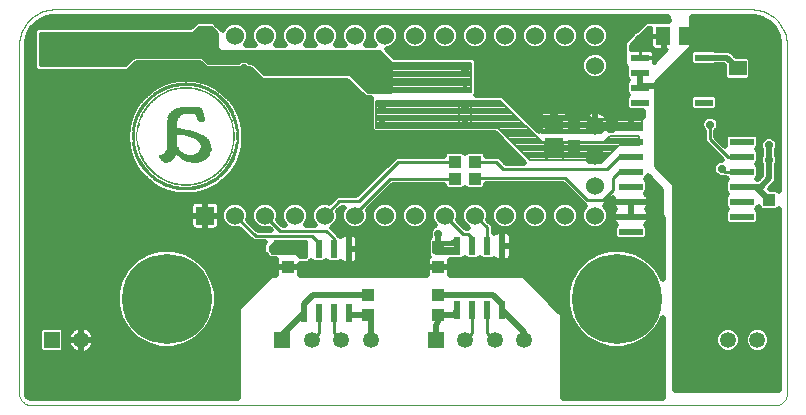
<source format=gbl>
G75*
G70*
%OFA0B0*%
%FSLAX24Y24*%
%IPPOS*%
%LPD*%
%AMOC8*
5,1,8,0,0,1.08239X$1,22.5*
%
%ADD10C,0.0000*%
%ADD11R,0.0600X0.0600*%
%ADD12C,0.0600*%
%ADD13R,0.0394X0.0433*%
%ADD14R,0.0591X0.0512*%
%ADD15R,0.0531X0.0531*%
%ADD16C,0.0531*%
%ADD17R,0.0236X0.0610*%
%ADD18R,0.0787X0.0236*%
%ADD19R,0.0610X0.0236*%
%ADD20R,0.0512X0.0591*%
%ADD21R,0.0333X0.0011*%
%ADD22R,0.0511X0.0011*%
%ADD23R,0.0644X0.0011*%
%ADD24R,0.0756X0.0011*%
%ADD25R,0.0867X0.0011*%
%ADD26R,0.0933X0.0011*%
%ADD27R,0.1022X0.0011*%
%ADD28R,0.1089X0.0011*%
%ADD29R,0.0478X0.0011*%
%ADD30R,0.0389X0.0011*%
%ADD31R,0.0389X0.0011*%
%ADD32R,0.0356X0.0011*%
%ADD33R,0.0355X0.0011*%
%ADD34R,0.0311X0.0011*%
%ADD35R,0.0300X0.0011*%
%ADD36R,0.0277X0.0011*%
%ADD37R,0.0278X0.0011*%
%ADD38R,0.0267X0.0011*%
%ADD39R,0.0266X0.0011*%
%ADD40R,0.0245X0.0011*%
%ADD41R,0.0244X0.0011*%
%ADD42R,0.0233X0.0011*%
%ADD43R,0.0234X0.0011*%
%ADD44R,0.0178X0.0011*%
%ADD45R,0.0177X0.0011*%
%ADD46R,0.0233X0.0011*%
%ADD47R,0.0223X0.0011*%
%ADD48R,0.0144X0.0011*%
%ADD49R,0.0145X0.0011*%
%ADD50R,0.0222X0.0011*%
%ADD51R,0.0211X0.0011*%
%ADD52R,0.0134X0.0011*%
%ADD53R,0.0133X0.0011*%
%ADD54R,0.0111X0.0011*%
%ADD55R,0.0111X0.0011*%
%ADD56R,0.0212X0.0011*%
%ADD57R,0.0211X0.0011*%
%ADD58R,0.0100X0.0011*%
%ADD59R,0.0211X0.0011*%
%ADD60R,0.0200X0.0011*%
%ADD61R,0.0100X0.0011*%
%ADD62R,0.0189X0.0011*%
%ADD63R,0.0189X0.0011*%
%ADD64R,0.0089X0.0011*%
%ADD65R,0.0089X0.0011*%
%ADD66R,0.0178X0.0011*%
%ADD67R,0.0188X0.0011*%
%ADD68R,0.0078X0.0011*%
%ADD69R,0.0077X0.0011*%
%ADD70R,0.0078X0.0011*%
%ADD71R,0.0167X0.0011*%
%ADD72R,0.0067X0.0011*%
%ADD73R,0.0167X0.0011*%
%ADD74R,0.0067X0.0011*%
%ADD75R,0.0066X0.0011*%
%ADD76R,0.0166X0.0011*%
%ADD77R,0.0167X0.0011*%
%ADD78R,0.0067X0.0011*%
%ADD79R,0.0166X0.0011*%
%ADD80R,0.0066X0.0011*%
%ADD81R,0.0155X0.0011*%
%ADD82R,0.0156X0.0011*%
%ADD83R,0.0056X0.0011*%
%ADD84R,0.0055X0.0011*%
%ADD85R,0.0066X0.0011*%
%ADD86R,0.0156X0.0011*%
%ADD87R,0.0056X0.0011*%
%ADD88R,0.0144X0.0011*%
%ADD89R,0.0156X0.0011*%
%ADD90R,0.0055X0.0011*%
%ADD91R,0.0056X0.0011*%
%ADD92R,0.0045X0.0011*%
%ADD93R,0.0044X0.0011*%
%ADD94R,0.0134X0.0011*%
%ADD95R,0.0044X0.0011*%
%ADD96R,0.0133X0.0011*%
%ADD97R,0.0133X0.0011*%
%ADD98R,0.0134X0.0011*%
%ADD99R,0.0122X0.0011*%
%ADD100R,0.0122X0.0011*%
%ADD101R,0.0045X0.0011*%
%ADD102R,0.0044X0.0011*%
%ADD103R,0.0123X0.0011*%
%ADD104R,0.0122X0.0011*%
%ADD105R,0.0033X0.0011*%
%ADD106R,0.0034X0.0011*%
%ADD107R,0.0034X0.0011*%
%ADD108R,0.0111X0.0011*%
%ADD109R,0.0044X0.0011*%
%ADD110R,0.0033X0.0011*%
%ADD111R,0.0112X0.0011*%
%ADD112R,0.0111X0.0011*%
%ADD113R,0.0378X0.0011*%
%ADD114R,0.0178X0.0011*%
%ADD115R,0.0112X0.0011*%
%ADD116R,0.0466X0.0011*%
%ADD117R,0.0222X0.0011*%
%ADD118R,0.0534X0.0011*%
%ADD119R,0.0255X0.0011*%
%ADD120R,0.0589X0.0011*%
%ADD121R,0.0289X0.0011*%
%ADD122R,0.0633X0.0011*%
%ADD123R,0.0311X0.0011*%
%ADD124R,0.0677X0.0011*%
%ADD125R,0.0345X0.0011*%
%ADD126R,0.0723X0.0011*%
%ADD127R,0.0367X0.0011*%
%ADD128R,0.0756X0.0011*%
%ADD129R,0.0789X0.0011*%
%ADD130R,0.0411X0.0011*%
%ADD131R,0.0822X0.0011*%
%ADD132R,0.0433X0.0011*%
%ADD133R,0.0855X0.0011*%
%ADD134R,0.0433X0.0011*%
%ADD135R,0.0877X0.0011*%
%ADD136R,0.0455X0.0011*%
%ADD137R,0.0900X0.0011*%
%ADD138R,0.0934X0.0011*%
%ADD139R,0.0489X0.0011*%
%ADD140R,0.0956X0.0011*%
%ADD141R,0.0511X0.0011*%
%ADD142R,0.0978X0.0011*%
%ADD143R,0.0989X0.0011*%
%ADD144R,0.0523X0.0011*%
%ADD145R,0.1011X0.0011*%
%ADD146R,0.0534X0.0011*%
%ADD147R,0.0033X0.0011*%
%ADD148R,0.1033X0.0011*%
%ADD149R,0.0523X0.0011*%
%ADD150R,0.0034X0.0011*%
%ADD151R,0.1044X0.0011*%
%ADD152R,0.0500X0.0011*%
%ADD153R,0.0567X0.0011*%
%ADD154R,0.0378X0.0011*%
%ADD155R,0.0478X0.0011*%
%ADD156R,0.0334X0.0011*%
%ADD157R,0.0456X0.0011*%
%ADD158R,0.0489X0.0011*%
%ADD159R,0.0444X0.0011*%
%ADD160R,0.0722X0.0011*%
%ADD161R,0.0689X0.0011*%
%ADD162R,0.0656X0.0011*%
%ADD163R,0.0433X0.0011*%
%ADD164R,0.0622X0.0011*%
%ADD165R,0.0034X0.0011*%
%ADD166R,0.0411X0.0011*%
%ADD167R,0.0589X0.0011*%
%ADD168R,0.0022X0.0011*%
%ADD169R,0.0400X0.0011*%
%ADD170R,0.0567X0.0011*%
%ADD171R,0.0545X0.0011*%
%ADD172R,0.0477X0.0011*%
%ADD173R,0.0466X0.0011*%
%ADD174R,0.0088X0.0011*%
%ADD175R,0.0367X0.0011*%
%ADD176R,0.0033X0.0011*%
%ADD177R,0.0422X0.0011*%
%ADD178R,0.0411X0.0011*%
%ADD179R,0.0022X0.0011*%
%ADD180R,0.0023X0.0011*%
%ADD181R,0.0356X0.0011*%
%ADD182R,0.0356X0.0011*%
%ADD183R,0.0344X0.0011*%
%ADD184R,0.0344X0.0011*%
%ADD185R,0.0333X0.0011*%
%ADD186R,0.0089X0.0011*%
%ADD187R,0.0355X0.0011*%
%ADD188R,0.0333X0.0011*%
%ADD189R,0.0088X0.0011*%
%ADD190R,0.0366X0.0011*%
%ADD191R,0.0366X0.0011*%
%ADD192R,0.0022X0.0011*%
%ADD193R,0.0089X0.0011*%
%ADD194R,0.0412X0.0011*%
%ADD195R,0.0422X0.0011*%
%ADD196R,0.0444X0.0011*%
%ADD197R,0.0456X0.0011*%
%ADD198R,0.0467X0.0011*%
%ADD199R,0.0544X0.0011*%
%ADD200R,0.0556X0.0011*%
%ADD201R,0.0589X0.0011*%
%ADD202R,0.0623X0.0011*%
%ADD203R,0.1111X0.0011*%
%ADD204R,0.1056X0.0011*%
%ADD205R,0.1033X0.0011*%
%ADD206R,0.1000X0.0011*%
%ADD207R,0.0967X0.0011*%
%ADD208R,0.0933X0.0011*%
%ADD209R,0.0900X0.0011*%
%ADD210R,0.0867X0.0011*%
%ADD211R,0.0822X0.0011*%
%ADD212R,0.0778X0.0011*%
%ADD213R,0.0678X0.0011*%
%ADD214R,0.0444X0.0011*%
%ADD215R,0.0023X0.0011*%
%ADD216R,0.0166X0.0011*%
%ADD217R,0.0223X0.0011*%
%ADD218R,0.0345X0.0011*%
%ADD219R,0.0234X0.0011*%
%ADD220R,0.0244X0.0011*%
%ADD221R,0.0289X0.0011*%
%ADD222R,0.0311X0.0011*%
%ADD223R,0.0500X0.0011*%
%ADD224R,0.0578X0.0011*%
%ADD225R,0.1100X0.0011*%
%ADD226R,0.1078X0.0011*%
%ADD227R,0.1056X0.0011*%
%ADD228R,0.1045X0.0011*%
%ADD229R,0.1033X0.0011*%
%ADD230R,0.1011X0.0011*%
%ADD231R,0.1000X0.0011*%
%ADD232R,0.0934X0.0011*%
%ADD233R,0.0911X0.0011*%
%ADD234R,0.0889X0.0011*%
%ADD235R,0.0856X0.0011*%
%ADD236R,0.0823X0.0011*%
%ADD237R,0.0777X0.0011*%
%ADD238R,0.0689X0.0011*%
%ADD239R,0.0566X0.0011*%
%ADD240R,0.0377X0.0011*%
%ADD241R,0.0123X0.0011*%
%ADD242R,0.0145X0.0011*%
%ADD243R,0.0056X0.0011*%
%ADD244R,0.0144X0.0011*%
%ADD245R,0.0167X0.0011*%
%ADD246R,0.0078X0.0011*%
%ADD247R,0.0200X0.0011*%
%ADD248R,0.0256X0.0011*%
%ADD249R,0.0312X0.0011*%
%ADD250R,0.0344X0.0011*%
%ADD251R,0.0434X0.0011*%
%ADD252R,0.0800X0.0011*%
%ADD253R,0.0689X0.0011*%
%ADD254C,0.3000*%
%ADD255C,0.0197*%
%ADD256C,0.0278*%
%ADD257C,0.0079*%
%ADD258C,0.0098*%
D10*
X000996Y001587D02*
X025799Y001587D01*
X025799Y001586D02*
X025838Y001588D01*
X025876Y001594D01*
X025913Y001603D01*
X025950Y001616D01*
X025985Y001633D01*
X026018Y001652D01*
X026049Y001675D01*
X026078Y001701D01*
X026104Y001730D01*
X026127Y001761D01*
X026146Y001794D01*
X026163Y001829D01*
X026176Y001866D01*
X026185Y001903D01*
X026191Y001941D01*
X026193Y001980D01*
X026192Y001980D02*
X026192Y013595D01*
X026190Y013661D01*
X026185Y013727D01*
X026175Y013793D01*
X026162Y013858D01*
X026146Y013922D01*
X026126Y013985D01*
X026102Y014047D01*
X026075Y014107D01*
X026045Y014166D01*
X026011Y014223D01*
X025974Y014278D01*
X025934Y014331D01*
X025892Y014382D01*
X025846Y014430D01*
X025798Y014476D01*
X025747Y014518D01*
X025694Y014558D01*
X025639Y014595D01*
X025582Y014629D01*
X025523Y014659D01*
X025463Y014686D01*
X025401Y014710D01*
X025338Y014730D01*
X025274Y014746D01*
X025209Y014759D01*
X025143Y014769D01*
X025077Y014774D01*
X025011Y014776D01*
X001783Y014776D01*
X001717Y014774D01*
X001651Y014769D01*
X001585Y014759D01*
X001520Y014746D01*
X001456Y014730D01*
X001393Y014710D01*
X001331Y014686D01*
X001271Y014659D01*
X001212Y014629D01*
X001155Y014595D01*
X001100Y014558D01*
X001047Y014518D01*
X000996Y014476D01*
X000948Y014430D01*
X000902Y014382D01*
X000860Y014331D01*
X000820Y014278D01*
X000783Y014223D01*
X000749Y014166D01*
X000719Y014107D01*
X000692Y014047D01*
X000668Y013985D01*
X000648Y013922D01*
X000632Y013858D01*
X000619Y013793D01*
X000609Y013727D01*
X000604Y013661D01*
X000602Y013595D01*
X000602Y001980D01*
X000604Y001941D01*
X000610Y001903D01*
X000619Y001866D01*
X000632Y001829D01*
X000649Y001794D01*
X000668Y001761D01*
X000691Y001730D01*
X000717Y001701D01*
X000746Y001675D01*
X000777Y001652D01*
X000810Y001633D01*
X000845Y001616D01*
X000882Y001603D01*
X000919Y001594D01*
X000957Y001588D01*
X000996Y001586D01*
D11*
X006799Y007902D03*
D12*
X007799Y007902D03*
X008799Y007902D03*
X009799Y007902D03*
X010799Y007902D03*
X011799Y007902D03*
X012799Y007902D03*
X013799Y007902D03*
X014799Y007902D03*
X015799Y007902D03*
X016799Y007902D03*
X017799Y007902D03*
X018799Y007902D03*
X019799Y007902D03*
X019799Y008902D03*
X019799Y009902D03*
X019799Y010902D03*
X019799Y012902D03*
X019799Y013902D03*
X018799Y013902D03*
X017799Y013902D03*
X016799Y013902D03*
X015799Y013902D03*
X014799Y013902D03*
X013799Y013902D03*
X012799Y013902D03*
X011799Y013902D03*
X010799Y013902D03*
X009799Y013902D03*
X008799Y013902D03*
X007799Y013902D03*
X006799Y013902D03*
D13*
X015129Y009697D03*
X015799Y009697D03*
X015799Y009126D03*
X015129Y009126D03*
X014578Y006843D03*
X014578Y006173D03*
X014578Y005268D03*
X014578Y004599D03*
X012216Y004599D03*
X012216Y005268D03*
X009559Y006173D03*
X009559Y006843D03*
X019106Y010209D03*
X019106Y010878D03*
X025602Y008417D03*
X025602Y007748D03*
D14*
X018417Y010268D03*
X018417Y011016D03*
X024547Y012067D03*
X024547Y012815D03*
D15*
X023240Y003752D03*
X014480Y003752D03*
X009362Y003752D03*
X001685Y003752D03*
D16*
X002669Y003752D03*
X010346Y003752D03*
X011330Y003752D03*
X012314Y003752D03*
X015464Y003752D03*
X016448Y003752D03*
X017433Y003752D03*
X024224Y003752D03*
X025208Y003752D03*
D17*
X016706Y004756D03*
X016206Y004756D03*
X015706Y004756D03*
X015206Y004756D03*
X015206Y006882D03*
X015706Y006882D03*
X016206Y006882D03*
X016706Y006882D03*
X011588Y006784D03*
X011088Y006784D03*
X010588Y006784D03*
X010088Y006784D03*
X010088Y004658D03*
X010588Y004658D03*
X011088Y004658D03*
X011588Y004658D03*
D18*
X020996Y007362D03*
X020996Y007862D03*
X020996Y008362D03*
X020996Y008862D03*
X020996Y009362D03*
X020996Y009862D03*
X020996Y010362D03*
X020996Y010862D03*
X024696Y010862D03*
X024696Y010362D03*
X024696Y009862D03*
X024696Y009362D03*
X024696Y008862D03*
X024696Y008362D03*
X024696Y007862D03*
X024696Y007362D03*
D19*
X023417Y011664D03*
X023417Y012164D03*
X023417Y012664D03*
X023417Y013164D03*
X021291Y013164D03*
X021291Y012664D03*
X021291Y012164D03*
X021291Y011664D03*
D20*
X022078Y013890D03*
X022826Y013890D03*
D21*
X006156Y008896D03*
X006156Y008740D03*
D22*
X006156Y008751D03*
X006156Y008907D03*
X006689Y009907D03*
X006511Y010529D03*
X005789Y010762D03*
D23*
X006156Y008918D03*
X006156Y008762D03*
D24*
X006156Y008773D03*
D25*
X006156Y008785D03*
D26*
X006156Y008796D03*
D27*
X006156Y008807D03*
D28*
X006156Y008818D03*
X006078Y010607D03*
X006189Y011307D03*
D29*
X006562Y010507D03*
X005517Y009807D03*
X005817Y008829D03*
X006495Y008829D03*
D30*
X006572Y008840D03*
X005517Y009751D03*
X005717Y010107D03*
X005717Y010118D03*
X006717Y010396D03*
X006795Y010029D03*
X006795Y010018D03*
X005772Y011196D03*
D31*
X006728Y010385D03*
X005739Y008840D03*
D32*
X006623Y008851D03*
X006823Y010140D03*
X006823Y010151D03*
X006823Y010162D03*
X006823Y010185D03*
X006823Y010196D03*
X005723Y011085D03*
X005723Y011096D03*
D33*
X006778Y010318D03*
X006789Y010296D03*
X006800Y010262D03*
X005689Y008851D03*
D34*
X005645Y008862D03*
X006667Y008862D03*
D35*
X006706Y008873D03*
X005606Y008873D03*
D36*
X006739Y008885D03*
D37*
X005573Y008885D03*
X006451Y009662D03*
X006617Y011240D03*
X006606Y011251D03*
X006751Y012151D03*
X006717Y012162D03*
X005595Y012162D03*
X005562Y012151D03*
D38*
X006767Y008896D03*
D39*
X005545Y008896D03*
X006623Y011218D03*
X006623Y011229D03*
D40*
X005500Y012129D03*
X006800Y008907D03*
D41*
X005512Y008907D03*
X006656Y011140D03*
X006656Y011151D03*
X006812Y012129D03*
D42*
X006839Y012118D03*
X005450Y012107D03*
X006850Y008929D03*
X006828Y008918D03*
D43*
X005484Y008918D03*
D44*
X006434Y008929D03*
X005234Y011996D03*
D45*
X007078Y011996D03*
X007089Y009051D03*
X005878Y008929D03*
D46*
X005461Y008929D03*
X006661Y011118D03*
X006661Y011129D03*
X006861Y012107D03*
D47*
X006889Y012096D03*
X006378Y012118D03*
X006678Y011085D03*
X006878Y008940D03*
D48*
X006495Y008940D03*
X007273Y009185D03*
X007295Y009207D03*
X005073Y009162D03*
X004973Y011796D03*
X005795Y012096D03*
X007273Y011851D03*
D49*
X007339Y011796D03*
X007350Y011785D03*
X006517Y012096D03*
X005050Y011862D03*
X005039Y011851D03*
X005028Y011840D03*
X005017Y009207D03*
X005028Y009196D03*
X005039Y009185D03*
X005817Y008940D03*
X007228Y009151D03*
X007239Y009162D03*
D50*
X005434Y008940D03*
X005934Y012118D03*
D51*
X005406Y008951D03*
X006906Y008951D03*
X006928Y008962D03*
D52*
X006545Y008951D03*
X007323Y009229D03*
X007345Y009251D03*
X007423Y009329D03*
X007445Y009351D03*
X004923Y009296D03*
X007323Y011807D03*
D53*
X007300Y011829D03*
X005000Y011818D03*
X004989Y011807D03*
X004867Y009351D03*
X004878Y009340D03*
X004889Y009329D03*
X004900Y009318D03*
X004967Y009251D03*
X004978Y009240D03*
X004989Y009229D03*
X005767Y008951D03*
X007378Y009285D03*
X007389Y009296D03*
X007400Y009307D03*
D54*
X007511Y009429D03*
X007556Y009485D03*
X007578Y009518D03*
X007589Y009529D03*
X007589Y009540D03*
X007611Y009562D03*
X007656Y009640D03*
X007689Y009696D03*
X007711Y009740D03*
X006589Y008962D03*
X004756Y009485D03*
X004711Y009551D03*
X004689Y009585D03*
X004678Y009596D03*
X004678Y009607D03*
X004656Y009640D03*
X004611Y009718D03*
X004589Y009762D03*
X004578Y009785D03*
X006678Y011007D03*
X007578Y011518D03*
X007589Y011507D03*
X007556Y011551D03*
X007656Y011407D03*
X007678Y011362D03*
X007689Y011340D03*
X007756Y011207D03*
X004789Y011596D03*
X004778Y011585D03*
X004756Y011551D03*
X004711Y011496D03*
X004711Y011485D03*
X004689Y011462D03*
X004689Y011451D03*
X004678Y011440D03*
X004656Y011407D03*
X004611Y011318D03*
X004556Y011207D03*
D55*
X004567Y011229D03*
X004622Y011340D03*
X004645Y011385D03*
X004667Y011418D03*
X004722Y011507D03*
X004745Y011540D03*
X007522Y011596D03*
X007567Y011540D03*
X007600Y011496D03*
X007600Y011485D03*
X007622Y011462D03*
X007622Y011451D03*
X007645Y011418D03*
X007667Y011385D03*
X007700Y011318D03*
X007745Y011229D03*
X007722Y009762D03*
X007700Y009718D03*
X007667Y009662D03*
X007667Y009651D03*
X007645Y009618D03*
X007622Y009585D03*
X007600Y009551D03*
X007567Y009507D03*
X005722Y008962D03*
X004800Y009429D03*
X004745Y009507D03*
X004722Y009529D03*
X004722Y009540D03*
X004700Y009562D03*
X004667Y009618D03*
X004645Y009651D03*
X004645Y009662D03*
X004622Y009696D03*
X004600Y009740D03*
D56*
X005384Y008962D03*
X006684Y011062D03*
D57*
X006950Y008973D03*
D58*
X006628Y008973D03*
X005684Y008973D03*
X004584Y009773D03*
X004540Y009873D03*
X004506Y009973D03*
X004473Y010073D03*
X004451Y010173D03*
X004417Y010473D03*
X004417Y010573D03*
X004451Y010873D03*
X004473Y010973D03*
X004506Y011073D03*
X004540Y011173D03*
X004584Y011273D03*
X004640Y011373D03*
X007673Y011373D03*
X007728Y011273D03*
X007773Y011173D03*
X007806Y011073D03*
X007840Y010973D03*
X007862Y010873D03*
X007895Y010573D03*
X007895Y010473D03*
X007862Y010173D03*
X007840Y010073D03*
X007806Y009973D03*
X007773Y009873D03*
X007728Y009773D03*
D59*
X005361Y008973D03*
D60*
X005345Y008985D03*
X006967Y008985D03*
X006678Y011051D03*
X007001Y012040D03*
X006978Y012051D03*
X006956Y012062D03*
X005356Y012062D03*
X005334Y012051D03*
X005312Y012040D03*
D61*
X005606Y012040D03*
X005640Y012051D03*
X005673Y012062D03*
X006640Y012062D03*
X006673Y012051D03*
X006706Y012040D03*
X007640Y011429D03*
X007662Y011396D03*
X007684Y011351D03*
X007695Y011329D03*
X007706Y011307D03*
X007717Y011296D03*
X007717Y011285D03*
X007728Y011262D03*
X007740Y011251D03*
X007740Y011240D03*
X007751Y011218D03*
X007762Y011196D03*
X007762Y011185D03*
X007773Y011162D03*
X007773Y011151D03*
X007784Y011140D03*
X007784Y011129D03*
X007795Y011118D03*
X007795Y011107D03*
X007795Y011096D03*
X007806Y011085D03*
X007806Y011062D03*
X007817Y011051D03*
X007817Y011040D03*
X007817Y011029D03*
X007828Y011007D03*
X007828Y010996D03*
X007840Y010962D03*
X007840Y010951D03*
X007851Y010929D03*
X007851Y010918D03*
X007851Y010907D03*
X007862Y010885D03*
X007862Y010862D03*
X007873Y010818D03*
X007873Y010807D03*
X007873Y010796D03*
X007884Y010751D03*
X007884Y010740D03*
X007884Y010729D03*
X007884Y010718D03*
X007895Y010640D03*
X007895Y010629D03*
X007895Y010618D03*
X007895Y010607D03*
X007895Y010596D03*
X007895Y010585D03*
X007895Y010562D03*
X007895Y010551D03*
X007895Y010540D03*
X007895Y010529D03*
X007895Y010518D03*
X007895Y010507D03*
X007895Y010496D03*
X007895Y010485D03*
X007895Y010462D03*
X007895Y010451D03*
X007895Y010440D03*
X007895Y010429D03*
X007895Y010418D03*
X007895Y010407D03*
X007884Y010318D03*
X007884Y010307D03*
X007884Y010296D03*
X007873Y010240D03*
X007873Y010229D03*
X007873Y010218D03*
X007862Y010185D03*
X007862Y010162D03*
X007851Y010129D03*
X007851Y010118D03*
X007840Y010085D03*
X007840Y010062D03*
X007828Y010040D03*
X007828Y010029D03*
X007817Y010007D03*
X007817Y009996D03*
X007806Y009962D03*
X007795Y009940D03*
X007795Y009929D03*
X007784Y009907D03*
X007784Y009896D03*
X007773Y009885D03*
X007773Y009862D03*
X007762Y009851D03*
X007762Y009840D03*
X007751Y009829D03*
X007751Y009818D03*
X007740Y009807D03*
X007740Y009796D03*
X007717Y009751D03*
X007706Y009729D03*
X007695Y009707D03*
X007684Y009685D03*
X007651Y009629D03*
X006695Y008996D03*
X006662Y008985D03*
X005651Y008985D03*
X005617Y008996D03*
X004662Y009629D03*
X004628Y009685D03*
X004617Y009707D03*
X004606Y009729D03*
X004595Y009751D03*
X004573Y009796D03*
X004573Y009807D03*
X004562Y009818D03*
X004562Y009829D03*
X004551Y009840D03*
X004551Y009851D03*
X004540Y009862D03*
X004540Y009885D03*
X004528Y009896D03*
X004528Y009907D03*
X004517Y009929D03*
X004517Y009940D03*
X004506Y009962D03*
X004495Y009996D03*
X004495Y010007D03*
X004484Y010029D03*
X004484Y010040D03*
X004473Y010062D03*
X004473Y010085D03*
X004462Y010118D03*
X004462Y010129D03*
X004451Y010162D03*
X004451Y010185D03*
X004440Y010218D03*
X004440Y010229D03*
X004440Y010240D03*
X004428Y010296D03*
X004428Y010307D03*
X004428Y010318D03*
X004417Y010407D03*
X004417Y010418D03*
X004417Y010429D03*
X004417Y010440D03*
X004417Y010451D03*
X004417Y010462D03*
X004417Y010485D03*
X004417Y010496D03*
X004417Y010507D03*
X004417Y010518D03*
X004417Y010529D03*
X004417Y010540D03*
X004417Y010551D03*
X004417Y010562D03*
X004417Y010585D03*
X004417Y010596D03*
X004417Y010607D03*
X004417Y010618D03*
X004417Y010629D03*
X004417Y010640D03*
X004428Y010718D03*
X004428Y010729D03*
X004428Y010740D03*
X004428Y010751D03*
X004440Y010796D03*
X004440Y010807D03*
X004440Y010818D03*
X004451Y010862D03*
X004451Y010885D03*
X004462Y010907D03*
X004462Y010918D03*
X004462Y010929D03*
X004473Y010951D03*
X004473Y010962D03*
X004484Y010996D03*
X004484Y011007D03*
X004495Y011029D03*
X004495Y011040D03*
X004495Y011051D03*
X004506Y011062D03*
X004506Y011085D03*
X004517Y011096D03*
X004517Y011107D03*
X004517Y011118D03*
X004528Y011129D03*
X004528Y011140D03*
X004540Y011151D03*
X004540Y011162D03*
X004551Y011185D03*
X004551Y011196D03*
X004562Y011218D03*
X004573Y011240D03*
X004573Y011251D03*
X004584Y011262D03*
X004595Y011285D03*
X004595Y011296D03*
X004606Y011307D03*
X004617Y011329D03*
X004628Y011351D03*
X004651Y011396D03*
X004673Y011429D03*
D62*
X005272Y012018D03*
X005295Y012029D03*
X007017Y012029D03*
X007050Y009029D03*
X006995Y008996D03*
X005317Y008996D03*
D63*
X005261Y009029D03*
X007006Y009007D03*
X007028Y009018D03*
X007039Y012018D03*
D64*
X005545Y012018D03*
X004467Y010940D03*
X004445Y010851D03*
X004445Y010840D03*
X004445Y010829D03*
X004422Y010707D03*
X004422Y010696D03*
X004422Y010685D03*
X004422Y010662D03*
X004422Y010651D03*
X004422Y010396D03*
X004422Y010385D03*
X004422Y010362D03*
X004422Y010351D03*
X004422Y010340D03*
X004422Y010329D03*
X004445Y010207D03*
X004445Y010196D03*
X004467Y010107D03*
X004467Y010096D03*
X004500Y009985D03*
X004522Y009918D03*
X006722Y009007D03*
X007800Y009951D03*
X007822Y010018D03*
X007845Y010096D03*
X007845Y010107D03*
X007867Y010196D03*
X007867Y010207D03*
X007867Y010829D03*
X007867Y010840D03*
X007867Y010851D03*
X007845Y010940D03*
X007822Y011018D03*
D65*
X007856Y010896D03*
X007878Y010785D03*
X007878Y010762D03*
X007889Y010707D03*
X007889Y010696D03*
X007889Y010685D03*
X007889Y010662D03*
X007889Y010651D03*
X007889Y010396D03*
X007889Y010385D03*
X007889Y010362D03*
X007889Y010351D03*
X007889Y010340D03*
X007889Y010329D03*
X007878Y010285D03*
X007878Y010262D03*
X007878Y010251D03*
X007856Y010151D03*
X007856Y010140D03*
X007811Y009985D03*
X007789Y009918D03*
X006756Y009018D03*
X005589Y009007D03*
X005556Y009018D03*
X004511Y009951D03*
X004489Y010018D03*
X004478Y010051D03*
X004456Y010140D03*
X004456Y010151D03*
X004456Y010896D03*
X004478Y010985D03*
X004489Y011018D03*
X005578Y012029D03*
X006156Y012307D03*
D66*
X005856Y012107D03*
X005256Y012007D03*
X007056Y012007D03*
X007067Y009040D03*
X005301Y009007D03*
X005245Y009040D03*
X005223Y009051D03*
D67*
X005284Y009018D03*
X006684Y011040D03*
D68*
X006784Y009029D03*
X005484Y009051D03*
D69*
X005528Y009029D03*
X006828Y009051D03*
X006839Y011985D03*
D70*
X006817Y011996D03*
X006795Y012007D03*
X006762Y012018D03*
X005517Y012007D03*
X005495Y011996D03*
X005473Y011985D03*
X005506Y009040D03*
X006806Y009040D03*
D71*
X007106Y009062D03*
X005206Y009062D03*
X005161Y009096D03*
X007161Y011940D03*
X006461Y012107D03*
D72*
X006911Y011951D03*
X005411Y009085D03*
X005456Y009062D03*
X006856Y009062D03*
D73*
X007117Y009073D03*
D74*
X006878Y009073D03*
D75*
X005434Y009073D03*
D76*
X005195Y009073D03*
D77*
X007139Y009085D03*
X007150Y009096D03*
X007139Y011951D03*
X007128Y011962D03*
X005217Y011985D03*
X005150Y011940D03*
D78*
X005289Y011885D03*
X005400Y011951D03*
X006889Y011962D03*
X006967Y011918D03*
X006989Y011907D03*
X006978Y009129D03*
X006900Y009085D03*
X005389Y009096D03*
X005367Y009107D03*
X005278Y009162D03*
D79*
X005173Y009085D03*
X005173Y011951D03*
X007095Y011985D03*
D80*
X007023Y011885D03*
X005423Y011962D03*
X005345Y011918D03*
X005323Y011907D03*
X006923Y009096D03*
X006945Y009107D03*
D81*
X007167Y009107D03*
X007189Y009118D03*
X007200Y009129D03*
X005100Y009140D03*
X005078Y011885D03*
X005089Y011896D03*
X007178Y011929D03*
X007189Y011918D03*
X007200Y011907D03*
D82*
X007223Y011896D03*
X005123Y011918D03*
X005123Y009118D03*
X005145Y009107D03*
D83*
X005184Y009229D03*
X006962Y009118D03*
X007084Y009196D03*
X007284Y009362D03*
X007162Y011785D03*
X007106Y011829D03*
X007062Y011862D03*
X007006Y011896D03*
X005384Y011940D03*
X005362Y011929D03*
X005306Y011896D03*
X005206Y011829D03*
X005162Y011796D03*
X005084Y011729D03*
D84*
X005150Y011785D03*
X005239Y011851D03*
X005250Y011862D03*
X006928Y011940D03*
X006950Y011929D03*
X007117Y011818D03*
X007150Y011796D03*
X007217Y011740D03*
X007228Y011729D03*
X007128Y009229D03*
X007117Y009218D03*
X007017Y009151D03*
X005350Y009118D03*
X005317Y009140D03*
X005228Y009196D03*
X005217Y009207D03*
X005139Y009262D03*
X005039Y009351D03*
X005028Y009362D03*
D85*
X005334Y009129D03*
X007034Y009162D03*
D86*
X007212Y009140D03*
X005112Y009129D03*
X005112Y011907D03*
X005134Y011929D03*
X006156Y012151D03*
X007234Y011885D03*
D87*
X007073Y011851D03*
X005195Y011818D03*
X005095Y011740D03*
X007273Y009351D03*
X007173Y009262D03*
X007095Y009207D03*
X006995Y009140D03*
X005295Y009151D03*
X005195Y009218D03*
D88*
X005084Y009151D03*
X005006Y009218D03*
X007284Y009196D03*
X007306Y009218D03*
X006684Y011018D03*
X007284Y011840D03*
X007262Y011862D03*
X004962Y011785D03*
D89*
X005056Y009173D03*
X007256Y009173D03*
D90*
X007050Y009173D03*
X005128Y009273D03*
X007039Y011873D03*
D91*
X007184Y009273D03*
X005262Y009173D03*
D92*
X005167Y009240D03*
X005100Y009296D03*
X005089Y009307D03*
X005078Y009318D03*
X005067Y009329D03*
X005000Y009385D03*
X004978Y009418D03*
X004967Y009429D03*
X004889Y009518D03*
X004878Y009529D03*
X004867Y009540D03*
X004800Y009640D03*
X004689Y009840D03*
X004678Y009862D03*
X004667Y011151D03*
X004789Y011385D03*
X004867Y011496D03*
X004878Y011507D03*
X004900Y011540D03*
X004967Y011618D03*
X004978Y011629D03*
X004989Y011640D03*
X005000Y011651D03*
X005067Y011718D03*
X005178Y011807D03*
X007089Y011840D03*
X007189Y011762D03*
X007200Y011751D03*
X007267Y011696D03*
X007278Y011685D03*
X007300Y011662D03*
X007389Y011562D03*
X007400Y011551D03*
X007467Y011462D03*
X007478Y011451D03*
X007500Y011418D03*
X007667Y011096D03*
X007578Y009751D03*
X007567Y009729D03*
X007489Y009607D03*
X007400Y009485D03*
X007378Y009462D03*
X007367Y009451D03*
X007200Y009285D03*
X007067Y009185D03*
D93*
X007145Y009240D03*
X007223Y009307D03*
X007245Y009329D03*
X007345Y009429D03*
X007423Y009518D03*
X007445Y009540D03*
X007623Y009840D03*
X007645Y011151D03*
X007523Y011385D03*
X007445Y011496D03*
X007345Y011618D03*
X007323Y011640D03*
X007245Y011718D03*
X005223Y011840D03*
X005123Y011762D03*
X005045Y011696D03*
X004923Y011562D03*
X004845Y011462D03*
X004645Y011096D03*
X004745Y009729D03*
X004823Y009607D03*
X004945Y009451D03*
X005245Y009185D03*
D94*
X004934Y009285D03*
X007334Y009240D03*
X007434Y009340D03*
X004934Y011762D03*
D95*
X005034Y011685D03*
X005056Y011707D03*
X005012Y011662D03*
X004956Y011607D03*
X004912Y011551D03*
X004856Y011485D03*
X004834Y011451D03*
X004812Y011418D03*
X004756Y011329D03*
X005112Y011751D03*
X007134Y011807D03*
X007256Y011707D03*
X007312Y011651D03*
X007334Y011629D03*
X007356Y011607D03*
X007412Y011540D03*
X007434Y011507D03*
X007456Y011485D03*
X007556Y011329D03*
X007634Y009862D03*
X007512Y009640D03*
X007456Y009562D03*
X007434Y009529D03*
X007356Y009440D03*
X007334Y009418D03*
X007312Y009385D03*
X007256Y009340D03*
X007234Y009318D03*
X007212Y009296D03*
X007156Y009251D03*
X005156Y009251D03*
X005112Y009285D03*
X005056Y009340D03*
X004956Y009440D03*
X004934Y009462D03*
X004912Y009485D03*
X004856Y009562D03*
X004734Y009751D03*
D96*
X005511Y009662D03*
X004956Y009262D03*
X004911Y009307D03*
X007356Y009262D03*
X007411Y009318D03*
X007311Y011818D03*
X005011Y011829D03*
D97*
X007367Y011773D03*
X007367Y009273D03*
D98*
X004945Y009273D03*
D99*
X004862Y009362D03*
X004817Y009407D03*
X004806Y009418D03*
X004795Y009440D03*
X004773Y009462D03*
X004751Y009496D03*
X007451Y009362D03*
X007473Y009385D03*
X007495Y009407D03*
X007506Y009418D03*
X007517Y009440D03*
X007562Y009496D03*
X007573Y011529D03*
X007551Y011562D03*
X007517Y011607D03*
X007506Y011618D03*
X007495Y011629D03*
X007473Y011651D03*
X007473Y011662D03*
X007451Y011685D03*
X007417Y011718D03*
X007406Y011729D03*
X007395Y011740D03*
X007373Y011762D03*
X006562Y012085D03*
X005751Y012085D03*
X004917Y011740D03*
X004906Y011729D03*
X004895Y011718D03*
X004873Y011696D03*
X004862Y011685D03*
X004817Y011629D03*
X004806Y011618D03*
X004795Y011607D03*
X004762Y011562D03*
D100*
X004773Y011573D03*
X004851Y011673D03*
X007462Y011673D03*
X007462Y009373D03*
X004851Y009373D03*
D101*
X004778Y009673D03*
X007300Y009373D03*
X007389Y009473D03*
X007467Y009573D03*
X007589Y009773D03*
X007378Y011573D03*
X007289Y011673D03*
X007178Y011773D03*
D102*
X005134Y011773D03*
X004934Y011573D03*
X007534Y009673D03*
X005012Y009373D03*
D103*
X004839Y009385D03*
X004828Y009396D03*
X007528Y009451D03*
X007539Y009462D03*
X004839Y011651D03*
X004839Y011662D03*
X004828Y011640D03*
X004739Y011529D03*
X004928Y011751D03*
X007428Y011707D03*
X007439Y011696D03*
D104*
X007484Y011640D03*
X007384Y011751D03*
X004884Y011707D03*
X004784Y009451D03*
X007484Y009396D03*
D105*
X007417Y009507D03*
X007450Y009551D03*
X007517Y009651D03*
X007528Y009662D03*
X007539Y009685D03*
X007550Y009696D03*
X007550Y009707D03*
X007617Y009818D03*
X007617Y009829D03*
X007628Y009851D03*
X007639Y009885D03*
X007650Y009896D03*
X007650Y009907D03*
X007717Y010085D03*
X007717Y010096D03*
X007717Y010107D03*
X007728Y010129D03*
X007728Y010140D03*
X007728Y010151D03*
X007728Y010162D03*
X007739Y010185D03*
X007739Y010196D03*
X007739Y010207D03*
X007750Y010229D03*
X007750Y010240D03*
X007750Y010251D03*
X007750Y010262D03*
X007750Y010785D03*
X007750Y010796D03*
X007750Y010807D03*
X007739Y010829D03*
X007739Y010840D03*
X007739Y010851D03*
X007739Y010862D03*
X007728Y010885D03*
X007728Y010896D03*
X007728Y010907D03*
X007728Y010918D03*
X007717Y010929D03*
X007717Y010940D03*
X007717Y010951D03*
X007650Y011129D03*
X007650Y011140D03*
X007639Y011162D03*
X007628Y011185D03*
X007628Y011196D03*
X007617Y011207D03*
X007617Y011218D03*
X007550Y011340D03*
X007539Y011351D03*
X007539Y011362D03*
X007517Y011396D03*
X007428Y011518D03*
X007417Y011529D03*
X004950Y011596D03*
X004939Y011585D03*
X004828Y011440D03*
X004817Y011429D03*
X004750Y011318D03*
X004739Y011307D03*
X004739Y011296D03*
X004728Y011285D03*
X004717Y011262D03*
X004717Y011251D03*
X004650Y011118D03*
X004650Y011107D03*
X004639Y011085D03*
X004628Y011062D03*
X004628Y011051D03*
X004628Y011040D03*
X004617Y011029D03*
X004617Y011018D03*
X004617Y011007D03*
X004550Y010740D03*
X004550Y010729D03*
X004550Y010718D03*
X004550Y010707D03*
X004550Y010696D03*
X004550Y010685D03*
X004539Y010640D03*
X004539Y010629D03*
X004539Y010618D03*
X004539Y010607D03*
X004539Y010596D03*
X004539Y010585D03*
X004539Y010562D03*
X004539Y010551D03*
X004539Y010540D03*
X004539Y010529D03*
X004539Y010518D03*
X004539Y010507D03*
X004539Y010496D03*
X004539Y010485D03*
X004539Y010462D03*
X004539Y010451D03*
X004539Y010440D03*
X004539Y010429D03*
X004539Y010418D03*
X004539Y010407D03*
X004539Y010396D03*
X004550Y010362D03*
X004550Y010351D03*
X004550Y010340D03*
X004550Y010329D03*
X004550Y010318D03*
X004550Y010307D03*
X004550Y010296D03*
X004617Y010029D03*
X004617Y010018D03*
X004617Y010007D03*
X004628Y009996D03*
X004628Y009985D03*
X004639Y009962D03*
X004639Y009951D03*
X004650Y009940D03*
X004650Y009929D03*
X004650Y009918D03*
X004717Y009785D03*
X004728Y009762D03*
X004739Y009740D03*
X004750Y009718D03*
X004817Y009618D03*
X004828Y009596D03*
X004839Y009585D03*
X007317Y009396D03*
X007328Y009407D03*
D106*
X007473Y009585D03*
X007495Y009618D03*
X007573Y009740D03*
X007595Y009785D03*
X007673Y009951D03*
X007673Y009962D03*
X007695Y010007D03*
X007695Y010018D03*
X007695Y010029D03*
X007773Y010396D03*
X007773Y010407D03*
X007773Y010418D03*
X007773Y010429D03*
X007773Y010440D03*
X007773Y010451D03*
X007773Y010462D03*
X007773Y010485D03*
X007773Y010496D03*
X007773Y010507D03*
X007773Y010518D03*
X007773Y010529D03*
X007773Y010540D03*
X007773Y010551D03*
X007773Y010562D03*
X007773Y010585D03*
X007773Y010596D03*
X007773Y010607D03*
X007773Y010618D03*
X007773Y010629D03*
X007773Y010640D03*
X007695Y011007D03*
X007695Y011018D03*
X007695Y011029D03*
X007673Y011085D03*
X007595Y011251D03*
X007595Y011262D03*
X007573Y011296D03*
X007573Y011307D03*
X007495Y011429D03*
X007373Y011585D03*
X004895Y011529D03*
X004795Y011396D03*
X004773Y011362D03*
X004773Y011351D03*
X004695Y011218D03*
X004695Y011207D03*
X004673Y011162D03*
X004595Y010951D03*
X004595Y010940D03*
X004595Y010929D03*
X004573Y010862D03*
X004573Y010851D03*
X004573Y010840D03*
X004573Y010829D03*
X004573Y010207D03*
X004573Y010196D03*
X004573Y010185D03*
X004595Y010107D03*
X004595Y010096D03*
X004595Y010085D03*
X004673Y009885D03*
X004695Y009829D03*
X004695Y009818D03*
X004773Y009685D03*
X004795Y009651D03*
X004895Y009507D03*
X004995Y009396D03*
D107*
X004984Y009407D03*
X004784Y009662D03*
X004684Y009851D03*
X004584Y010129D03*
X004584Y010140D03*
X004584Y010151D03*
X004584Y010162D03*
X004584Y010885D03*
X004584Y010896D03*
X004584Y010907D03*
X004584Y010918D03*
X004684Y011185D03*
X004684Y011196D03*
X004884Y011518D03*
X007484Y011440D03*
X007584Y011285D03*
X007684Y011062D03*
X007684Y011051D03*
X007684Y011040D03*
X007684Y009996D03*
X007684Y009985D03*
X007584Y009762D03*
X007484Y009596D03*
D108*
X007545Y009473D03*
X004767Y009473D03*
X004700Y009573D03*
X004700Y011473D03*
X006600Y012073D03*
D109*
X005023Y011673D03*
X004723Y009773D03*
X004845Y009573D03*
X004923Y009473D03*
D110*
X004906Y009496D03*
X004861Y009551D03*
X004806Y009629D03*
X004761Y009696D03*
X004761Y009707D03*
X004706Y009796D03*
X004706Y009807D03*
X004661Y009896D03*
X004661Y009907D03*
X004606Y010040D03*
X004606Y010051D03*
X004606Y010062D03*
X004561Y010229D03*
X004561Y010240D03*
X004561Y010251D03*
X004561Y010262D03*
X004561Y010785D03*
X004561Y010796D03*
X004561Y010807D03*
X004606Y010985D03*
X004606Y010996D03*
X004661Y011129D03*
X004661Y011140D03*
X004706Y011229D03*
X004706Y011240D03*
X004761Y011340D03*
X004806Y011407D03*
X007361Y011596D03*
X007506Y011407D03*
X007561Y011318D03*
X007606Y011240D03*
X007606Y011229D03*
X007661Y011118D03*
X007661Y011107D03*
X007706Y010996D03*
X007706Y010985D03*
X007761Y010740D03*
X007761Y010729D03*
X007761Y010718D03*
X007761Y010707D03*
X007761Y010696D03*
X007761Y010685D03*
X007761Y010362D03*
X007761Y010351D03*
X007761Y010340D03*
X007761Y010329D03*
X007761Y010318D03*
X007761Y010307D03*
X007761Y010296D03*
X007706Y010062D03*
X007706Y010051D03*
X007706Y010040D03*
X007661Y009940D03*
X007661Y009929D03*
X007661Y009918D03*
X007606Y009807D03*
X007606Y009796D03*
X007561Y009718D03*
X007506Y009629D03*
X007406Y009496D03*
D111*
X007634Y009596D03*
X007634Y009607D03*
X007734Y009785D03*
X007634Y011440D03*
X007534Y011585D03*
X004734Y011518D03*
X004634Y011362D03*
X004734Y009518D03*
D112*
X007611Y009573D03*
X007678Y009673D03*
X007611Y011473D03*
X005711Y012073D03*
D113*
X005756Y011173D03*
X006745Y010373D03*
X006812Y010073D03*
X006445Y009673D03*
D114*
X005512Y009673D03*
D115*
X004634Y009673D03*
D116*
X006445Y009685D03*
X005845Y011262D03*
D117*
X005423Y012096D03*
X005401Y012085D03*
X006912Y012085D03*
X005512Y009685D03*
D118*
X006445Y009696D03*
D119*
X005517Y009696D03*
X006650Y011162D03*
X006639Y011185D03*
X006639Y011196D03*
X006628Y011207D03*
X005528Y012140D03*
D120*
X006439Y009707D03*
D121*
X005511Y009707D03*
D122*
X006439Y009718D03*
D123*
X006011Y009918D03*
X005511Y009718D03*
D124*
X006439Y009729D03*
X006328Y010585D03*
D125*
X005717Y011051D03*
X005717Y011062D03*
X005728Y011107D03*
X006639Y012185D03*
X005517Y009729D03*
D126*
X006439Y009740D03*
D127*
X006817Y010085D03*
X006817Y010096D03*
X006817Y010107D03*
X006817Y010118D03*
X006817Y010129D03*
X006750Y010362D03*
X005750Y011151D03*
X005750Y011162D03*
X005739Y011140D03*
X006550Y011285D03*
X005717Y012196D03*
X005517Y009740D03*
D128*
X006434Y009751D03*
D129*
X006428Y009762D03*
D130*
X006672Y010440D03*
X005517Y009762D03*
D131*
X006434Y009773D03*
D132*
X005517Y009773D03*
D133*
X006428Y009785D03*
D134*
X006750Y009951D03*
X006639Y010462D03*
X005728Y010062D03*
X005517Y009785D03*
X005817Y011240D03*
X006528Y012207D03*
D135*
X006428Y009796D03*
D136*
X006728Y009929D03*
X006739Y009940D03*
X005517Y009796D03*
X005828Y011251D03*
D137*
X006428Y009807D03*
D138*
X006423Y009818D03*
D139*
X005522Y009818D03*
D140*
X006423Y009829D03*
X006223Y011396D03*
D141*
X005745Y010007D03*
X005522Y009840D03*
X005522Y009829D03*
D142*
X006423Y009840D03*
X006223Y011385D03*
X006156Y012240D03*
D143*
X006417Y009851D03*
D144*
X005528Y009851D03*
D145*
X006417Y009862D03*
D146*
X005534Y009862D03*
D147*
X004539Y010473D03*
X004539Y010573D03*
X004550Y010673D03*
X004639Y011073D03*
X004728Y011273D03*
X004850Y011473D03*
X007528Y011373D03*
X007639Y011173D03*
X007750Y010773D03*
X007750Y010273D03*
X007739Y010173D03*
X007639Y009873D03*
D148*
X006417Y009873D03*
D149*
X005539Y009873D03*
D150*
X004673Y009873D03*
X004573Y010173D03*
X004673Y011173D03*
X007673Y011073D03*
X007773Y010573D03*
X007773Y010473D03*
D151*
X006412Y009885D03*
X006156Y012229D03*
D152*
X006540Y010518D03*
X005740Y010018D03*
X005562Y009885D03*
D153*
X006661Y009896D03*
D154*
X006801Y010040D03*
X006812Y010062D03*
X006756Y010351D03*
X006067Y009896D03*
X005712Y010129D03*
X005712Y010140D03*
X005723Y010785D03*
X005767Y011185D03*
D155*
X005584Y009896D03*
D156*
X006034Y009907D03*
D157*
X005595Y009907D03*
D158*
X006711Y009918D03*
D159*
X005734Y010051D03*
X005612Y009918D03*
D160*
X005773Y009929D03*
X005895Y010718D03*
D161*
X005767Y009940D03*
D162*
X005762Y009951D03*
D163*
X006761Y009962D03*
D164*
X005756Y009962D03*
X005845Y010740D03*
D165*
X004784Y011373D03*
X007584Y011273D03*
X007684Y009973D03*
D166*
X006772Y009973D03*
D167*
X005750Y009973D03*
D168*
X004634Y009973D03*
X007734Y010873D03*
D169*
X006712Y010407D03*
X006701Y010418D03*
X006790Y010007D03*
X006778Y009996D03*
X006778Y009985D03*
X005723Y010096D03*
X005778Y011207D03*
X005790Y011218D03*
X006156Y012140D03*
X006156Y012296D03*
D170*
X005817Y010751D03*
X005750Y009985D03*
D171*
X005750Y009996D03*
D172*
X005739Y010029D03*
D173*
X005734Y010040D03*
D174*
X004434Y010251D03*
X004434Y010262D03*
X004434Y010285D03*
X004434Y010762D03*
X004434Y010785D03*
X006734Y012029D03*
X007834Y010985D03*
X007834Y010051D03*
D175*
X006806Y010051D03*
X006761Y010340D03*
D176*
X007706Y010073D03*
X007761Y010673D03*
X007706Y010973D03*
X007461Y011473D03*
X004606Y010973D03*
X004561Y010773D03*
X004561Y010273D03*
X004606Y010073D03*
D177*
X005723Y010073D03*
D178*
X005728Y010085D03*
D179*
X004567Y010218D03*
X004556Y010285D03*
X004545Y010385D03*
X004545Y010651D03*
X004545Y010662D03*
X004556Y010751D03*
X004556Y010762D03*
X004567Y010818D03*
X004601Y010962D03*
X007712Y010962D03*
X007745Y010818D03*
X007756Y010762D03*
X007756Y010751D03*
X007767Y010662D03*
X007767Y010651D03*
X007767Y010385D03*
X007756Y010285D03*
X007745Y010218D03*
X007723Y010118D03*
D180*
X004589Y010118D03*
D181*
X005712Y010151D03*
X005712Y010162D03*
X005712Y010585D03*
X005734Y011118D03*
X005734Y011129D03*
X006812Y010251D03*
X006812Y010240D03*
X006812Y010229D03*
X006812Y010218D03*
X006812Y010207D03*
D182*
X006823Y010173D03*
D183*
X005706Y010173D03*
D184*
X005706Y010185D03*
X005706Y010196D03*
X005706Y010207D03*
X005706Y010996D03*
X005706Y011007D03*
X005706Y011018D03*
X005706Y011029D03*
X005706Y011040D03*
D185*
X005700Y010985D03*
X005700Y010962D03*
X005700Y010951D03*
X005700Y010940D03*
X005700Y010929D03*
X005700Y010918D03*
X005700Y010907D03*
X005700Y010896D03*
X005700Y010885D03*
X005700Y010862D03*
X005700Y010851D03*
X005700Y010840D03*
X005700Y010829D03*
X005700Y010818D03*
X005700Y010807D03*
X005700Y010796D03*
X005700Y010562D03*
X005700Y010551D03*
X005700Y010540D03*
X005700Y010529D03*
X005700Y010518D03*
X005700Y010507D03*
X005700Y010496D03*
X005700Y010485D03*
X005700Y010462D03*
X005700Y010451D03*
X005700Y010440D03*
X005700Y010429D03*
X005700Y010418D03*
X005700Y010407D03*
X005700Y010396D03*
X005700Y010385D03*
X005700Y010362D03*
X005700Y010351D03*
X005700Y010340D03*
X005700Y010329D03*
X005700Y010318D03*
X005700Y010307D03*
X005700Y010296D03*
X005700Y010285D03*
X005700Y010262D03*
X005700Y010251D03*
X005700Y010240D03*
X005700Y010229D03*
X005700Y010218D03*
D186*
X007878Y010273D03*
X007889Y010373D03*
X007889Y010673D03*
X007878Y010773D03*
D187*
X006800Y010273D03*
D188*
X005700Y010273D03*
X005700Y010373D03*
X005700Y010473D03*
X005700Y010573D03*
X005700Y010873D03*
X005700Y010973D03*
D189*
X004434Y010773D03*
X004434Y010273D03*
D190*
X006773Y010329D03*
X006795Y010285D03*
X006595Y012196D03*
D191*
X006784Y010307D03*
D192*
X007767Y010373D03*
X004545Y010373D03*
D193*
X004422Y010373D03*
X004422Y010673D03*
D194*
X006684Y010429D03*
D195*
X006656Y010451D03*
X005801Y011229D03*
D196*
X006623Y010473D03*
D197*
X006606Y010485D03*
D198*
X006578Y010496D03*
D199*
X006484Y010540D03*
D200*
X006456Y010551D03*
X006156Y012129D03*
D201*
X006417Y010562D03*
D202*
X006378Y010573D03*
D203*
X006089Y010596D03*
X006156Y012218D03*
D204*
X006062Y010618D03*
D205*
X006050Y010629D03*
D206*
X006034Y010640D03*
D207*
X006017Y010651D03*
D208*
X006000Y010662D03*
D209*
X005984Y010673D03*
D210*
X005967Y010685D03*
D211*
X005945Y010696D03*
D212*
X005923Y010707D03*
D213*
X005873Y010729D03*
D214*
X005756Y010773D03*
D215*
X004578Y010873D03*
D216*
X005184Y011962D03*
X006684Y011029D03*
D217*
X006678Y011073D03*
D218*
X005717Y011073D03*
D219*
X006673Y011096D03*
X006673Y011107D03*
X005473Y012118D03*
D220*
X006645Y011173D03*
D221*
X006600Y011262D03*
D222*
X006589Y011273D03*
X006678Y012173D03*
D223*
X005873Y011273D03*
D224*
X005912Y011285D03*
X006156Y012285D03*
D225*
X006184Y011296D03*
D226*
X006195Y011318D03*
D227*
X006195Y011329D03*
D228*
X006200Y011340D03*
D229*
X006206Y011351D03*
D230*
X006206Y011362D03*
D231*
X006212Y011373D03*
D232*
X006234Y011407D03*
D233*
X006245Y011418D03*
D234*
X006256Y011429D03*
X006156Y012251D03*
D235*
X006262Y011440D03*
D236*
X006278Y011451D03*
D237*
X006289Y011462D03*
D238*
X006300Y011473D03*
D239*
X006295Y011485D03*
D240*
X006278Y011496D03*
D241*
X007539Y011573D03*
D242*
X007250Y011873D03*
X004950Y011773D03*
D243*
X005273Y011873D03*
D244*
X005062Y011873D03*
D245*
X005206Y011973D03*
X007106Y011973D03*
D246*
X006862Y011973D03*
X005451Y011973D03*
D247*
X005378Y012073D03*
X006934Y012073D03*
D248*
X006784Y012140D03*
D249*
X005634Y012173D03*
D250*
X005673Y012185D03*
D251*
X005784Y012207D03*
D252*
X006156Y012262D03*
D253*
X006156Y012273D03*
D254*
X005523Y005130D03*
X020523Y005130D03*
D255*
X019059Y004349D02*
X018712Y004349D01*
X018712Y004544D02*
X018963Y004544D01*
X018978Y004490D02*
X019196Y004112D01*
X019505Y003803D01*
X019883Y003585D01*
X020305Y003472D01*
X020741Y003472D01*
X021163Y003585D01*
X021541Y003803D01*
X021850Y004112D01*
X022059Y004473D01*
X022059Y001835D01*
X018742Y001835D01*
X018712Y001865D01*
X018712Y004621D01*
X018597Y004736D01*
X017416Y005917D01*
X017253Y005917D01*
X014970Y005917D01*
X014974Y005931D01*
X014974Y006173D01*
X014579Y006173D01*
X014579Y006174D01*
X014974Y006174D01*
X014974Y006409D01*
X015349Y006409D01*
X015359Y006419D01*
X015390Y006419D01*
X015456Y006485D01*
X015522Y006419D01*
X015890Y006419D01*
X015956Y006485D01*
X016022Y006419D01*
X016390Y006419D01*
X016428Y006457D01*
X016429Y006455D01*
X016466Y006418D01*
X016511Y006392D01*
X016562Y006379D01*
X016706Y006379D01*
X016706Y006882D01*
X016706Y006882D01*
X016706Y007386D01*
X016562Y007386D01*
X016511Y007372D01*
X016466Y007346D01*
X016429Y007309D01*
X016428Y007307D01*
X016414Y007322D01*
X016414Y007408D01*
X016414Y007580D01*
X016267Y007727D01*
X016236Y007758D01*
X016257Y007811D01*
X016257Y007993D01*
X016187Y008161D01*
X016058Y008290D01*
X015890Y008360D01*
X015708Y008360D01*
X015539Y008290D01*
X015410Y008161D01*
X015340Y007993D01*
X015340Y007811D01*
X015410Y007642D01*
X015539Y007513D01*
X015563Y007503D01*
X015491Y007503D01*
X015236Y007758D01*
X015257Y007811D01*
X015257Y007993D01*
X015187Y008161D01*
X015058Y008290D01*
X014890Y008360D01*
X014708Y008360D01*
X014539Y008290D01*
X014410Y008161D01*
X014340Y007993D01*
X014340Y007811D01*
X014410Y007642D01*
X014477Y007575D01*
X014410Y007547D01*
X014326Y007464D01*
X014281Y007355D01*
X014281Y007236D01*
X014297Y007198D01*
X014223Y007125D01*
X014223Y007102D01*
X014223Y006938D01*
X014223Y006561D01*
X014247Y006536D01*
X014223Y006512D01*
X014196Y006466D01*
X014183Y006416D01*
X014183Y006174D01*
X014578Y006174D01*
X014578Y006173D01*
X014183Y006173D01*
X014183Y005931D01*
X014187Y005917D01*
X013316Y005917D01*
X009950Y005917D01*
X009954Y005931D01*
X009954Y006173D01*
X009559Y006173D01*
X009559Y006174D01*
X009954Y006174D01*
X009954Y006300D01*
X010083Y006300D01*
X010255Y006300D01*
X010339Y006385D01*
X010404Y006320D01*
X010772Y006320D01*
X010838Y006386D01*
X010904Y006320D01*
X011272Y006320D01*
X011310Y006358D01*
X011311Y006357D01*
X011348Y006320D01*
X011393Y006294D01*
X011444Y006280D01*
X011588Y006280D01*
X011588Y006783D01*
X011588Y006783D01*
X011588Y006280D01*
X011732Y006280D01*
X011783Y006294D01*
X011828Y006320D01*
X011865Y006357D01*
X011891Y006402D01*
X011905Y006452D01*
X011905Y006783D01*
X011589Y006783D01*
X011589Y006784D01*
X011905Y006784D01*
X011905Y007115D01*
X011891Y007165D01*
X011865Y007211D01*
X011828Y007247D01*
X011783Y007274D01*
X011732Y007287D01*
X011588Y007287D01*
X011444Y007287D01*
X011393Y007274D01*
X011348Y007247D01*
X011311Y007211D01*
X011310Y007209D01*
X011296Y007223D01*
X011296Y007230D01*
X011046Y007480D01*
X011026Y007500D01*
X011058Y007513D01*
X011187Y007642D01*
X011257Y007811D01*
X011257Y007993D01*
X011236Y008045D01*
X011361Y008170D01*
X011419Y008170D01*
X011410Y008161D01*
X011340Y007993D01*
X011340Y007811D01*
X011410Y007642D01*
X011539Y007513D01*
X011708Y007443D01*
X011890Y007443D01*
X012058Y007513D01*
X012187Y007642D01*
X012257Y007811D01*
X012257Y007993D01*
X012218Y008087D01*
X013050Y008919D01*
X014774Y008919D01*
X014774Y008844D01*
X014867Y008751D01*
X015392Y008751D01*
X015464Y008823D01*
X015536Y008751D01*
X016061Y008751D01*
X016154Y008844D01*
X016154Y008958D01*
X018725Y008958D01*
X019453Y008230D01*
X019478Y008230D01*
X019410Y008161D01*
X019340Y007993D01*
X019340Y007811D01*
X019410Y007642D01*
X019539Y007513D01*
X019708Y007443D01*
X019890Y007443D01*
X020058Y007513D01*
X020187Y007642D01*
X020257Y007811D01*
X020257Y007993D01*
X020187Y008161D01*
X020119Y008230D01*
X020137Y008230D01*
X020258Y008351D01*
X020403Y008496D01*
X020403Y008363D01*
X020995Y008363D01*
X020995Y008362D01*
X020403Y008362D01*
X020403Y008218D01*
X020417Y008168D01*
X020443Y008122D01*
X020453Y008112D01*
X020443Y008102D01*
X020417Y008057D01*
X020403Y008007D01*
X020403Y007863D01*
X020995Y007863D01*
X020995Y008046D01*
X020995Y008362D01*
X020996Y008362D01*
X020996Y008363D01*
X021588Y008363D01*
X021588Y008507D01*
X021574Y008557D01*
X021548Y008602D01*
X021511Y008639D01*
X021509Y008640D01*
X021548Y008679D01*
X021548Y009046D01*
X021481Y009112D01*
X021548Y009179D01*
X021548Y009215D01*
X021999Y008764D01*
X021999Y008010D01*
X021994Y007985D01*
X021999Y007959D01*
X021999Y007933D01*
X022008Y007910D01*
X022013Y007884D01*
X022028Y007863D01*
X022038Y007839D01*
X022056Y007821D01*
X022059Y007817D01*
X022059Y005787D01*
X021850Y006148D01*
X021541Y006457D01*
X021163Y006675D01*
X020741Y006788D01*
X020305Y006788D01*
X019883Y006675D01*
X019505Y006457D01*
X019196Y006148D01*
X018978Y005770D01*
X018865Y005348D01*
X018865Y004912D01*
X018978Y004490D01*
X018911Y004739D02*
X018594Y004739D01*
X018398Y004935D02*
X018865Y004935D01*
X018865Y005130D02*
X018203Y005130D01*
X018008Y005325D02*
X018865Y005325D01*
X018911Y005521D02*
X017812Y005521D01*
X017617Y005716D02*
X018963Y005716D01*
X019059Y005912D02*
X017421Y005912D01*
X016946Y006418D02*
X016983Y006455D01*
X017009Y006500D01*
X017023Y006551D01*
X017023Y006882D01*
X017023Y007213D01*
X017009Y007264D01*
X016983Y007309D01*
X016946Y007346D01*
X016901Y007372D01*
X016850Y007386D01*
X016706Y007386D01*
X016706Y006882D01*
X016706Y006882D01*
X016706Y006379D01*
X016850Y006379D01*
X016901Y006392D01*
X016946Y006418D01*
X017008Y006498D02*
X019575Y006498D01*
X019350Y006302D02*
X014974Y006302D01*
X014974Y006107D02*
X019172Y006107D01*
X019949Y006693D02*
X017023Y006693D01*
X017023Y006882D02*
X016707Y006882D01*
X017023Y006882D01*
X017023Y006889D02*
X022059Y006889D01*
X022059Y006693D02*
X021097Y006693D01*
X021471Y006498D02*
X022059Y006498D01*
X022059Y006302D02*
X021696Y006302D01*
X021874Y006107D02*
X022059Y006107D01*
X022059Y005912D02*
X021987Y005912D01*
X022452Y005912D02*
X025944Y005912D01*
X025944Y006107D02*
X022452Y006107D01*
X022452Y006302D02*
X025944Y006302D01*
X025944Y006498D02*
X022452Y006498D01*
X022452Y006693D02*
X025944Y006693D01*
X025944Y006889D02*
X022452Y006889D01*
X022452Y007084D02*
X025944Y007084D01*
X025944Y007279D02*
X022452Y007279D01*
X022452Y007475D02*
X025944Y007475D01*
X025944Y007670D02*
X025240Y007670D01*
X025248Y007679D02*
X025248Y008046D01*
X025182Y008112D01*
X025247Y008177D01*
X025247Y008135D01*
X025339Y008043D01*
X025864Y008043D01*
X025944Y008122D01*
X025944Y002079D01*
X022452Y002079D01*
X022452Y007689D01*
X022452Y008789D01*
X022452Y008952D01*
X021862Y009542D01*
X021862Y012332D01*
X022928Y013398D01*
X023043Y013513D01*
X023043Y014527D01*
X025011Y014527D01*
X025133Y014519D01*
X025368Y014456D01*
X025579Y014335D01*
X025751Y014162D01*
X025873Y013952D01*
X025936Y013716D01*
X025944Y013595D01*
X025944Y008713D01*
X025864Y008792D01*
X025612Y008792D01*
X025747Y008928D01*
X025820Y009000D01*
X025859Y009095D01*
X025859Y009599D01*
X025899Y009697D01*
X025899Y009815D01*
X025859Y009913D01*
X025859Y010091D01*
X025899Y010189D01*
X025899Y010307D01*
X025854Y010417D01*
X025770Y010500D01*
X025661Y010545D01*
X025543Y010545D01*
X025433Y010500D01*
X025350Y010417D01*
X025305Y010307D01*
X025305Y010189D01*
X025345Y010091D01*
X025345Y009913D01*
X025305Y009815D01*
X025305Y009697D01*
X025345Y009599D01*
X025345Y009252D01*
X025220Y009127D01*
X025197Y009127D01*
X025248Y009179D01*
X025248Y009546D01*
X025182Y009612D01*
X025248Y009679D01*
X025248Y010046D01*
X025182Y010112D01*
X025248Y010179D01*
X025248Y010546D01*
X025156Y010639D01*
X024237Y010639D01*
X024144Y010546D01*
X024144Y010228D01*
X023841Y010531D01*
X023841Y010724D01*
X023885Y010769D01*
X023931Y010878D01*
X023931Y010996D01*
X023885Y011106D01*
X023802Y011189D01*
X023693Y011234D01*
X023574Y011234D01*
X023465Y011189D01*
X023381Y011106D01*
X023336Y010996D01*
X023336Y010878D01*
X023381Y010769D01*
X023426Y010724D01*
X023426Y010359D01*
X023547Y010237D01*
X024027Y009758D01*
X023968Y009758D01*
X023859Y009713D01*
X023775Y009629D01*
X023730Y009520D01*
X023730Y009402D01*
X023775Y009292D01*
X023859Y009209D01*
X023968Y009163D01*
X024031Y009163D01*
X024039Y009155D01*
X024168Y009155D01*
X024211Y009112D01*
X024144Y009046D01*
X024144Y008679D01*
X024211Y008612D01*
X024144Y008546D01*
X024144Y008179D01*
X024211Y008112D01*
X024144Y008046D01*
X024144Y007679D01*
X024237Y007586D01*
X025156Y007586D01*
X025248Y007679D01*
X025248Y007866D02*
X025944Y007866D01*
X025944Y008061D02*
X025883Y008061D01*
X025602Y008417D02*
X025157Y008862D01*
X024696Y008862D01*
X024704Y008870D01*
X025326Y008870D01*
X025602Y009146D01*
X025602Y010248D01*
X025899Y010210D02*
X025944Y010210D01*
X025944Y010015D02*
X025859Y010015D01*
X025897Y009820D02*
X025944Y009820D01*
X025944Y009624D02*
X025869Y009624D01*
X025859Y009429D02*
X025944Y009429D01*
X025944Y009233D02*
X025859Y009233D01*
X025835Y009038D02*
X025944Y009038D01*
X025944Y008843D02*
X025662Y008843D01*
X025326Y009233D02*
X025248Y009233D01*
X025248Y009429D02*
X025345Y009429D01*
X025335Y009624D02*
X025194Y009624D01*
X025248Y009820D02*
X025306Y009820D01*
X025345Y010015D02*
X025248Y010015D01*
X025248Y010210D02*
X025305Y010210D01*
X025345Y010406D02*
X025248Y010406D01*
X025193Y010601D02*
X025944Y010601D01*
X025944Y010406D02*
X025858Y010406D01*
X025944Y010796D02*
X023897Y010796D01*
X023931Y010992D02*
X025944Y010992D01*
X025944Y011187D02*
X023804Y011187D01*
X023463Y011187D02*
X021862Y011187D01*
X021862Y010992D02*
X023336Y010992D01*
X023370Y010796D02*
X021862Y010796D01*
X021862Y010601D02*
X023426Y010601D01*
X023426Y010406D02*
X021862Y010406D01*
X021862Y010210D02*
X023574Y010210D01*
X023770Y010015D02*
X021862Y010015D01*
X021862Y009820D02*
X023965Y009820D01*
X023773Y009624D02*
X021862Y009624D01*
X021975Y009429D02*
X023730Y009429D01*
X023834Y009233D02*
X022171Y009233D01*
X022366Y009038D02*
X024144Y009038D01*
X024144Y008843D02*
X022452Y008843D01*
X022452Y008647D02*
X024176Y008647D01*
X024144Y008452D02*
X022452Y008452D01*
X022452Y008256D02*
X024144Y008256D01*
X024159Y008061D02*
X022452Y008061D01*
X022452Y007866D02*
X024144Y007866D01*
X024153Y007670D02*
X022452Y007670D01*
X022452Y007689D02*
X022452Y007689D01*
X022059Y007670D02*
X021575Y007670D01*
X021574Y007668D02*
X021588Y007718D01*
X021588Y007862D01*
X020996Y007862D01*
X020996Y007863D01*
X020995Y007863D01*
X020995Y007862D01*
X020403Y007862D01*
X020403Y007718D01*
X020417Y007668D01*
X020443Y007622D01*
X020480Y007585D01*
X020482Y007584D01*
X020443Y007546D01*
X020443Y007179D01*
X020536Y007086D01*
X021455Y007086D01*
X021548Y007179D01*
X021548Y007546D01*
X021509Y007584D01*
X021511Y007585D01*
X021548Y007622D01*
X021574Y007668D01*
X021548Y007475D02*
X022059Y007475D01*
X022059Y007279D02*
X021548Y007279D01*
X022059Y007084D02*
X017023Y007084D01*
X017000Y007279D02*
X020443Y007279D01*
X020443Y007475D02*
X019966Y007475D01*
X020199Y007670D02*
X020416Y007670D01*
X020403Y007866D02*
X020257Y007866D01*
X020229Y008061D02*
X020419Y008061D01*
X020403Y008256D02*
X020164Y008256D01*
X020359Y008452D02*
X020403Y008452D01*
X020996Y008362D02*
X020996Y008046D01*
X020996Y007863D01*
X021588Y007863D01*
X021588Y008007D01*
X021574Y008057D01*
X021548Y008102D01*
X021538Y008112D01*
X021548Y008122D01*
X021574Y008168D01*
X021588Y008218D01*
X021588Y008362D01*
X020996Y008362D01*
X020995Y008256D02*
X020996Y008256D01*
X020995Y008061D02*
X020996Y008061D01*
X020995Y007866D02*
X020996Y007866D01*
X021588Y007866D02*
X022026Y007866D01*
X021999Y008061D02*
X021572Y008061D01*
X021588Y008256D02*
X021999Y008256D01*
X021999Y008452D02*
X021588Y008452D01*
X021516Y008647D02*
X021999Y008647D01*
X021920Y008843D02*
X021548Y008843D01*
X021548Y009038D02*
X021724Y009038D01*
X019426Y008256D02*
X019092Y008256D01*
X019058Y008290D02*
X018890Y008360D01*
X018708Y008360D01*
X018539Y008290D01*
X018410Y008161D01*
X018340Y007993D01*
X018340Y007811D01*
X018410Y007642D01*
X018539Y007513D01*
X018708Y007443D01*
X018890Y007443D01*
X019058Y007513D01*
X019187Y007642D01*
X019257Y007811D01*
X019257Y007993D01*
X019187Y008161D01*
X019058Y008290D01*
X019231Y008452D02*
X012583Y008452D01*
X012708Y008360D02*
X012539Y008290D01*
X012410Y008161D01*
X012340Y007993D01*
X012340Y007811D01*
X012410Y007642D01*
X012539Y007513D01*
X012708Y007443D01*
X012890Y007443D01*
X013058Y007513D01*
X013187Y007642D01*
X013257Y007811D01*
X013257Y007993D01*
X013187Y008161D01*
X013058Y008290D01*
X012890Y008360D01*
X012708Y008360D01*
X012505Y008256D02*
X012388Y008256D01*
X012369Y008061D02*
X012229Y008061D01*
X012257Y007866D02*
X012340Y007866D01*
X012398Y007670D02*
X012199Y007670D01*
X011966Y007475D02*
X012631Y007475D01*
X012966Y007475D02*
X013631Y007475D01*
X013708Y007443D02*
X013890Y007443D01*
X014058Y007513D01*
X014187Y007642D01*
X014257Y007811D01*
X014257Y007993D01*
X014187Y008161D01*
X014058Y008290D01*
X013890Y008360D01*
X013708Y008360D01*
X013539Y008290D01*
X013410Y008161D01*
X013340Y007993D01*
X013340Y007811D01*
X013410Y007642D01*
X013539Y007513D01*
X013708Y007443D01*
X013966Y007475D02*
X014337Y007475D01*
X014281Y007279D02*
X011761Y007279D01*
X011588Y007279D02*
X011588Y007279D01*
X011588Y007287D02*
X011588Y006784D01*
X011588Y006784D01*
X011588Y007287D01*
X011415Y007279D02*
X011246Y007279D01*
X011051Y007475D02*
X011631Y007475D01*
X011398Y007670D02*
X011199Y007670D01*
X011257Y007866D02*
X011340Y007866D01*
X011369Y008061D02*
X011252Y008061D01*
X010942Y008339D02*
X010890Y008360D01*
X010708Y008360D01*
X010539Y008290D01*
X010410Y008161D01*
X010340Y007993D01*
X010340Y007811D01*
X010410Y007642D01*
X010451Y007601D01*
X010147Y007601D01*
X010187Y007642D01*
X010257Y007811D01*
X010257Y007993D01*
X010187Y008161D01*
X010058Y008290D01*
X009890Y008360D01*
X009708Y008360D01*
X009539Y008290D01*
X009410Y008161D01*
X009340Y007993D01*
X009340Y007811D01*
X009410Y007642D01*
X009451Y007601D01*
X009393Y007601D01*
X009236Y007758D01*
X009257Y007811D01*
X009257Y007993D01*
X009187Y008161D01*
X009058Y008290D01*
X008890Y008360D01*
X008708Y008360D01*
X008539Y008290D01*
X008410Y008161D01*
X008340Y007993D01*
X008340Y007811D01*
X008410Y007642D01*
X008539Y007513D01*
X008708Y007443D01*
X008890Y007443D01*
X008942Y007465D01*
X008983Y007424D01*
X008570Y007424D01*
X008236Y007758D01*
X008257Y007811D01*
X008257Y007993D01*
X008187Y008161D01*
X008058Y008290D01*
X007890Y008360D01*
X007708Y008360D01*
X007539Y008290D01*
X007410Y008161D01*
X007340Y007993D01*
X007340Y007811D01*
X007410Y007642D01*
X007539Y007513D01*
X007708Y007443D01*
X007890Y007443D01*
X007942Y007465D01*
X008398Y007009D01*
X008570Y007009D01*
X008801Y007009D01*
X008741Y006948D01*
X008741Y006830D01*
X008741Y006658D01*
X008819Y006579D01*
X008941Y006458D01*
X009175Y006458D01*
X009163Y006416D01*
X009163Y006174D01*
X009558Y006174D01*
X009558Y006173D01*
X009163Y006173D01*
X009163Y005931D01*
X009167Y005917D01*
X008985Y005917D01*
X008870Y005802D01*
X008001Y004933D01*
X008001Y004933D01*
X007885Y004818D01*
X007885Y001835D01*
X000996Y001835D01*
X000967Y001838D01*
X000915Y001860D01*
X000875Y001900D01*
X000853Y001952D01*
X000850Y001980D01*
X000850Y002019D01*
X000850Y002030D01*
X000850Y013595D01*
X000858Y013716D01*
X000921Y013952D01*
X001043Y014162D01*
X001215Y014335D01*
X001426Y014456D01*
X001661Y014519D01*
X001783Y014527D01*
X001811Y014527D01*
X001832Y014527D01*
X022222Y014527D01*
X022272Y014393D01*
X021480Y014393D01*
X021359Y014271D01*
X021151Y014064D01*
X021103Y014044D01*
X021019Y013960D01*
X020999Y013911D01*
X020768Y013681D01*
X020768Y013509D01*
X020768Y012918D01*
X020833Y012853D01*
X020827Y012847D01*
X020827Y012480D01*
X020894Y012414D01*
X020827Y012347D01*
X020827Y011980D01*
X020894Y011914D01*
X020827Y011847D01*
X020827Y011480D01*
X020920Y011387D01*
X021408Y011387D01*
X021408Y011179D01*
X020996Y011179D01*
X020996Y010863D01*
X020995Y010863D01*
X020995Y011179D01*
X020576Y011179D01*
X020525Y011165D01*
X020480Y011139D01*
X020443Y011102D01*
X020417Y011057D01*
X020403Y011007D01*
X020403Y010863D01*
X020995Y010863D01*
X020995Y010862D01*
X020403Y010862D01*
X020403Y010741D01*
X020369Y010741D01*
X020271Y010741D01*
X020285Y010785D01*
X020297Y010862D01*
X020297Y010900D01*
X019801Y010900D01*
X019801Y010903D01*
X020297Y010903D01*
X020297Y010941D01*
X020285Y011018D01*
X020261Y011093D01*
X020225Y011163D01*
X020179Y011226D01*
X020123Y011282D01*
X020060Y011328D01*
X019990Y011364D01*
X019915Y011388D01*
X019838Y011400D01*
X019800Y011400D01*
X019800Y010904D01*
X019797Y010904D01*
X019797Y011400D01*
X019759Y011400D01*
X019682Y011388D01*
X019607Y011364D01*
X019537Y011328D01*
X019474Y011282D01*
X019435Y011243D01*
X019424Y011253D01*
X019379Y011280D01*
X019329Y011293D01*
X019106Y011293D01*
X019106Y010879D01*
X019106Y010879D01*
X019106Y011293D01*
X018911Y011293D01*
X018911Y011298D01*
X018897Y011348D01*
X018871Y011394D01*
X018834Y011431D01*
X018789Y011457D01*
X018738Y011470D01*
X018446Y011470D01*
X018446Y011046D01*
X018387Y011046D01*
X018387Y011470D01*
X018095Y011470D01*
X018045Y011457D01*
X018000Y011431D01*
X017963Y011394D01*
X017937Y011348D01*
X017923Y011298D01*
X017923Y011045D01*
X018387Y011045D01*
X018387Y010986D01*
X017923Y010986D01*
X017923Y010734D01*
X017926Y010723D01*
X016727Y011922D01*
X016563Y011922D01*
X015843Y011922D01*
X015859Y011938D01*
X015859Y012102D01*
X015859Y012922D01*
X015859Y013086D01*
X015743Y013202D01*
X013099Y013202D01*
X013089Y013212D01*
X012858Y013443D01*
X012890Y013443D01*
X013058Y013513D01*
X013187Y013642D01*
X013257Y013811D01*
X013257Y013993D01*
X013187Y014161D01*
X013058Y014290D01*
X012890Y014360D01*
X012708Y014360D01*
X012539Y014290D01*
X012410Y014161D01*
X012340Y013993D01*
X012340Y013811D01*
X012410Y013642D01*
X012447Y013605D01*
X012151Y013605D01*
X012187Y013642D01*
X012257Y013811D01*
X012257Y013993D01*
X012187Y014161D01*
X012058Y014290D01*
X011890Y014360D01*
X011708Y014360D01*
X011539Y014290D01*
X011410Y014161D01*
X011340Y013993D01*
X011340Y013811D01*
X011410Y013642D01*
X011447Y013605D01*
X011151Y013605D01*
X011187Y013642D01*
X011257Y013811D01*
X011257Y013993D01*
X011187Y014161D01*
X011058Y014290D01*
X010890Y014360D01*
X010708Y014360D01*
X010539Y014290D01*
X010410Y014161D01*
X010340Y013993D01*
X010340Y013811D01*
X010410Y013642D01*
X010447Y013605D01*
X010151Y013605D01*
X010187Y013642D01*
X010257Y013811D01*
X010257Y013993D01*
X010187Y014161D01*
X010058Y014290D01*
X009890Y014360D01*
X009708Y014360D01*
X009539Y014290D01*
X009410Y014161D01*
X009340Y013993D01*
X009340Y013811D01*
X009410Y013642D01*
X009447Y013605D01*
X009151Y013605D01*
X009187Y013642D01*
X009257Y013811D01*
X009257Y013993D01*
X009187Y014161D01*
X009058Y014290D01*
X008890Y014360D01*
X008708Y014360D01*
X008539Y014290D01*
X008410Y014161D01*
X008340Y013993D01*
X008340Y013811D01*
X008410Y013642D01*
X008447Y013605D01*
X008151Y013605D01*
X008187Y013642D01*
X008257Y013811D01*
X008257Y013993D01*
X008187Y014161D01*
X008058Y014290D01*
X007890Y014360D01*
X007708Y014360D01*
X007539Y014290D01*
X007410Y014161D01*
X007383Y014095D01*
X007207Y014271D01*
X007086Y014393D01*
X006520Y014393D01*
X006398Y014271D01*
X006323Y014196D01*
X001377Y014196D01*
X001205Y014196D01*
X001083Y014074D01*
X001083Y012992D01*
X001083Y012820D01*
X001205Y012698D01*
X004059Y012698D01*
X004231Y012698D01*
X004526Y012993D01*
X006618Y012993D01*
X006815Y012796D01*
X006987Y012796D01*
X008291Y012796D01*
X008685Y012403D01*
X008857Y012403D01*
X011539Y012403D01*
X012130Y011812D01*
X012302Y011812D01*
X012319Y011812D01*
X012314Y011806D01*
X012314Y011643D01*
X012314Y010921D01*
X012314Y010757D01*
X012429Y010641D01*
X015185Y010641D01*
X015349Y010641D01*
X016465Y010641D01*
X017437Y009668D01*
X016830Y009668D01*
X016715Y009783D01*
X016593Y009905D01*
X016154Y009905D01*
X016154Y009979D01*
X016061Y010072D01*
X015536Y010072D01*
X015464Y010000D01*
X015392Y010072D01*
X014867Y010072D01*
X014774Y009979D01*
X014774Y009905D01*
X013326Y009905D01*
X013154Y009905D01*
X011835Y008586D01*
X011361Y008586D01*
X011189Y008586D01*
X010942Y008339D01*
X011055Y008452D02*
X000850Y008452D01*
X000850Y008256D02*
X006308Y008256D01*
X006314Y008278D02*
X006300Y008228D01*
X006300Y007903D01*
X006797Y007903D01*
X006797Y007900D01*
X006800Y007900D01*
X006800Y007403D01*
X007125Y007403D01*
X007175Y007417D01*
X007221Y007443D01*
X007257Y007480D01*
X007284Y007525D01*
X007297Y007576D01*
X007297Y007900D01*
X006801Y007900D01*
X006801Y007903D01*
X007297Y007903D01*
X007297Y008228D01*
X007284Y008278D01*
X007257Y008324D01*
X007221Y008360D01*
X007175Y008387D01*
X007125Y008400D01*
X006800Y008400D01*
X006800Y007904D01*
X006797Y007904D01*
X006797Y008400D01*
X006473Y008400D01*
X006422Y008387D01*
X006377Y008360D01*
X006340Y008324D01*
X006314Y008278D01*
X006300Y008061D02*
X000850Y008061D01*
X000850Y007866D02*
X006300Y007866D01*
X006300Y007900D02*
X006300Y007576D01*
X006314Y007525D01*
X006340Y007480D01*
X006377Y007443D01*
X006422Y007417D01*
X006473Y007403D01*
X006797Y007403D01*
X006797Y007900D01*
X006300Y007900D01*
X006300Y007670D02*
X000850Y007670D01*
X000850Y007475D02*
X006345Y007475D01*
X006797Y007475D02*
X006800Y007475D01*
X006797Y007670D02*
X006800Y007670D01*
X006797Y007866D02*
X006800Y007866D01*
X006797Y008061D02*
X006800Y008061D01*
X006797Y008256D02*
X006800Y008256D01*
X006543Y008598D02*
X006554Y008609D01*
X006599Y008609D01*
X006611Y008621D01*
X006655Y008621D01*
X006666Y008632D01*
X006688Y008632D01*
X006699Y008643D01*
X006732Y008643D01*
X006743Y008654D01*
X006766Y008654D01*
X006777Y008665D01*
X006799Y008665D01*
X006810Y008676D01*
X006832Y008676D01*
X006843Y008687D01*
X006866Y008687D01*
X006877Y008698D01*
X006888Y008698D01*
X006899Y008709D01*
X006921Y008709D01*
X006933Y008721D01*
X006943Y008721D01*
X006954Y008732D01*
X006966Y008732D01*
X006977Y008743D01*
X006988Y008743D01*
X006999Y008754D01*
X007010Y008754D01*
X007021Y008765D01*
X007032Y008765D01*
X007043Y008776D01*
X007055Y008776D01*
X007066Y008787D01*
X007077Y008787D01*
X007088Y008798D01*
X007099Y008798D01*
X007110Y008809D01*
X007121Y008809D01*
X007144Y008832D01*
X007155Y008832D01*
X007178Y008854D01*
X007188Y008854D01*
X007199Y008865D01*
X007210Y008865D01*
X007233Y008887D01*
X007243Y008887D01*
X007254Y008898D01*
X007255Y008898D01*
X007278Y008921D01*
X007288Y008921D01*
X007322Y008954D01*
X007332Y008954D01*
X007355Y008976D01*
X007389Y009009D01*
X007399Y009009D01*
X007455Y009065D01*
X007455Y009065D01*
X007548Y009158D01*
X007555Y009165D01*
X007555Y009165D01*
X007648Y009258D01*
X007659Y009269D01*
X007670Y009280D01*
X007670Y009291D01*
X007670Y009291D01*
X007681Y009302D01*
X007681Y009302D01*
X007692Y009313D01*
X007692Y009313D01*
X007703Y009324D01*
X007703Y009325D01*
X007714Y009336D01*
X007725Y009347D01*
X007725Y009357D01*
X007748Y009380D01*
X007759Y009391D01*
X007759Y009402D01*
X007759Y009402D01*
X007770Y009413D01*
X007770Y009413D01*
X007781Y009424D01*
X007781Y009436D01*
X007792Y009447D01*
X007803Y009458D01*
X007803Y009469D01*
X007814Y009480D01*
X007825Y009491D01*
X007825Y009501D01*
X007848Y009524D01*
X007848Y009536D01*
X007859Y009547D01*
X007859Y009558D01*
X007870Y009569D01*
X007881Y009580D01*
X007881Y009591D01*
X007881Y009591D01*
X007892Y009602D01*
X007892Y009614D01*
X007903Y009624D01*
X012873Y009624D01*
X012678Y009429D02*
X007781Y009429D01*
X007781Y009436D02*
X007781Y009436D01*
X007792Y009447D02*
X007792Y009447D01*
X007803Y009469D02*
X007803Y009469D01*
X007814Y009480D02*
X007814Y009480D01*
X007848Y009536D02*
X007848Y009536D01*
X007859Y009558D02*
X007859Y009558D01*
X007870Y009569D02*
X007870Y009569D01*
X007903Y009624D02*
X007903Y009636D01*
X007914Y009647D01*
X007914Y009658D01*
X007925Y009669D01*
X007925Y009680D01*
X007936Y009691D01*
X007936Y009701D01*
X007948Y009713D01*
X007948Y009724D01*
X007948Y009736D01*
X007959Y009747D01*
X007959Y009758D01*
X007970Y009769D01*
X007970Y009780D01*
X007981Y009791D01*
X007981Y009802D01*
X007981Y009814D01*
X007992Y009824D01*
X007992Y009836D01*
X007992Y009847D01*
X008003Y009858D01*
X008003Y009880D01*
X008014Y009891D01*
X008014Y009902D01*
X008014Y009913D01*
X008014Y009913D01*
X008025Y009924D01*
X008025Y009947D01*
X008036Y009958D01*
X008036Y009969D01*
X008036Y009979D01*
X008048Y009991D01*
X008048Y010036D01*
X008059Y010047D01*
X008059Y010058D01*
X008059Y010080D01*
X008070Y010091D01*
X008070Y010102D01*
X008070Y010113D01*
X008070Y010124D01*
X008070Y010136D01*
X008081Y010147D01*
X008081Y010158D01*
X008081Y010169D01*
X008081Y010180D01*
X008081Y010191D01*
X008081Y010214D01*
X008092Y010224D01*
X008092Y010236D01*
X008092Y010247D01*
X008092Y010258D01*
X008092Y010325D01*
X008103Y010336D01*
X008103Y010347D01*
X008103Y010358D01*
X008103Y010369D01*
X008103Y010380D01*
X008103Y010391D01*
X008103Y010533D01*
X008103Y010600D01*
X008103Y010667D01*
X008103Y010711D01*
X008092Y010722D01*
X008092Y010756D01*
X008092Y010822D01*
X008081Y010833D01*
X008081Y010833D01*
X008081Y010889D01*
X008070Y010900D01*
X008070Y010911D01*
X008070Y010956D01*
X008059Y010967D01*
X008059Y010989D01*
X008059Y011000D01*
X008048Y011011D01*
X008048Y011045D01*
X008036Y011056D01*
X008036Y011067D01*
X008036Y011078D01*
X008025Y011089D01*
X008025Y011122D01*
X008014Y011133D01*
X008014Y011133D01*
X008014Y011156D01*
X008003Y011167D01*
X008003Y011189D01*
X007992Y011200D01*
X007992Y011211D01*
X007981Y011222D01*
X007981Y011245D01*
X007970Y011256D01*
X007970Y011267D01*
X007970Y011278D01*
X007959Y011289D01*
X007959Y011300D01*
X007948Y011311D01*
X007948Y011322D01*
X007936Y011334D01*
X007936Y011345D01*
X007925Y011356D01*
X007925Y011367D01*
X007914Y011378D01*
X007914Y011389D01*
X007903Y011400D01*
X007903Y011411D01*
X007892Y011422D01*
X007892Y011433D01*
X007881Y011444D01*
X007881Y011456D01*
X007870Y011467D01*
X007870Y011478D01*
X007859Y011489D01*
X007848Y011500D01*
X007848Y011511D01*
X007836Y011523D01*
X007836Y011533D01*
X007825Y011544D01*
X007825Y011545D01*
X007814Y011556D01*
X007814Y011567D01*
X007803Y011578D01*
X012314Y011578D01*
X012314Y011383D02*
X007914Y011383D01*
X007859Y011489D02*
X007859Y011489D01*
X007803Y011578D02*
X007803Y011578D01*
X007792Y011589D01*
X007792Y011600D01*
X007781Y011611D01*
X007781Y011611D01*
X007770Y011622D01*
X007770Y011633D01*
X007759Y011644D01*
X007759Y011645D01*
X007748Y011656D01*
X007736Y011668D01*
X007736Y011678D01*
X007725Y011689D01*
X007714Y011700D01*
X007703Y011711D01*
X007703Y011711D01*
X007692Y011722D01*
X007692Y011733D01*
X007681Y011744D01*
X007681Y011745D01*
X007670Y011756D01*
X007659Y011767D01*
X007648Y011778D01*
X007592Y011834D01*
X007592Y011845D01*
X007581Y011856D01*
X007570Y011867D01*
X007477Y011960D01*
X007466Y011960D01*
X007455Y011971D01*
X007366Y012060D01*
X007355Y012060D01*
X007310Y012104D01*
X007300Y012104D01*
X007277Y012126D01*
X007267Y012126D01*
X007255Y012137D01*
X007255Y012137D01*
X007232Y012160D01*
X007222Y012160D01*
X007199Y012182D01*
X007189Y012182D01*
X007166Y012204D01*
X007154Y012204D01*
X007143Y012215D01*
X007132Y012215D01*
X007121Y012226D01*
X007111Y012226D01*
X007088Y012248D01*
X007077Y012248D01*
X007066Y012260D01*
X007054Y012260D01*
X007043Y012271D01*
X007032Y012271D01*
X007021Y012282D01*
X007010Y012282D01*
X006999Y012293D01*
X006988Y012293D01*
X006977Y012304D01*
X006966Y012304D01*
X006955Y012315D01*
X006932Y012315D01*
X006921Y012326D01*
X006911Y012326D01*
X006899Y012337D01*
X006888Y012337D01*
X006877Y012348D01*
X006854Y012348D01*
X006843Y012360D01*
X006821Y012360D01*
X011583Y012360D01*
X011778Y012164D02*
X007217Y012164D01*
X007455Y011971D02*
X007455Y011971D01*
X007457Y011969D02*
X011973Y011969D01*
X012314Y011773D02*
X007652Y011773D01*
X007648Y011778D02*
X007648Y011778D01*
X007659Y011767D02*
X007659Y011767D01*
X007670Y011756D02*
X007670Y011756D01*
X007714Y011700D02*
X007714Y011700D01*
X007725Y011689D02*
X007725Y011689D01*
X007748Y011656D02*
X007748Y011656D01*
X007581Y011856D02*
X007581Y011856D01*
X007570Y011867D02*
X007570Y011867D01*
X006821Y012360D02*
X006810Y012371D01*
X006788Y012371D01*
X006777Y012382D01*
X006754Y012382D01*
X006743Y012393D01*
X006721Y012393D01*
X006710Y012404D01*
X006677Y012404D01*
X006666Y012415D01*
X006632Y012415D01*
X006621Y012426D01*
X006578Y012426D01*
X006566Y012437D01*
X006521Y012437D01*
X006510Y012448D01*
X006432Y012448D01*
X006421Y012460D01*
X006277Y012460D01*
X006266Y012471D01*
X006046Y012471D01*
X006035Y012460D01*
X005890Y012460D01*
X005879Y012448D01*
X005801Y012448D01*
X005790Y012437D01*
X005746Y012437D01*
X005735Y012426D01*
X005690Y012426D01*
X005679Y012415D01*
X005646Y012415D01*
X005635Y012404D01*
X005601Y012404D01*
X005590Y012393D01*
X005568Y012393D01*
X005557Y012382D01*
X005535Y012382D01*
X005524Y012371D01*
X005501Y012371D01*
X005490Y012360D01*
X000850Y012360D01*
X000850Y012555D02*
X008533Y012555D01*
X008337Y012750D02*
X004284Y012750D01*
X004479Y012946D02*
X006666Y012946D01*
X005490Y012360D02*
X005468Y012360D01*
X005457Y012348D01*
X005435Y012348D01*
X005424Y012337D01*
X005412Y012337D01*
X005401Y012326D01*
X005390Y012326D01*
X005379Y012315D01*
X005357Y012315D01*
X005346Y012304D01*
X005335Y012304D01*
X005324Y012293D01*
X005312Y012293D01*
X005301Y012282D01*
X005290Y012282D01*
X005279Y012271D01*
X005268Y012271D01*
X005257Y012260D01*
X005246Y012260D01*
X005235Y012248D01*
X005224Y012248D01*
X005213Y012237D01*
X005212Y012237D01*
X005201Y012226D01*
X005190Y012226D01*
X005179Y012215D01*
X005168Y012215D01*
X005157Y012204D01*
X005146Y012204D01*
X005124Y012182D01*
X005112Y012182D01*
X005090Y012160D01*
X005079Y012160D01*
X005046Y012126D01*
X005035Y012126D01*
X005013Y012104D01*
X005001Y012104D01*
X004957Y012060D01*
X004946Y012060D01*
X004913Y012026D01*
X004912Y012026D01*
X004846Y011960D01*
X004835Y011960D01*
X004813Y011937D01*
X004812Y011937D01*
X004719Y011845D01*
X004719Y011844D01*
X004708Y011833D01*
X004708Y011822D01*
X004619Y011733D01*
X004619Y011722D01*
X004608Y011711D01*
X004597Y011700D01*
X004586Y011689D01*
X004586Y011689D01*
X004575Y011678D01*
X004575Y011667D01*
X004575Y011667D01*
X004564Y011656D01*
X004564Y011656D01*
X004553Y011645D01*
X004553Y011644D01*
X004542Y011633D01*
X004542Y011623D01*
X004519Y011600D01*
X004519Y011589D01*
X004508Y011578D01*
X004508Y011578D01*
X004497Y011567D01*
X004497Y011556D01*
X004486Y011545D01*
X004486Y011544D01*
X004475Y011533D01*
X004475Y011522D01*
X004464Y011511D01*
X004464Y011500D01*
X004453Y011489D01*
X004453Y011489D01*
X004442Y011478D01*
X004442Y011467D01*
X004442Y011467D01*
X004442Y011467D01*
X004431Y011456D01*
X004431Y011445D01*
X004419Y011433D01*
X004419Y011422D01*
X004408Y011411D01*
X004408Y011400D01*
X004397Y011389D01*
X004397Y011378D01*
X004397Y011378D01*
X004397Y011378D01*
X004386Y011367D01*
X004386Y011356D01*
X004375Y011345D01*
X004375Y011333D01*
X004364Y011322D01*
X004364Y011311D01*
X004353Y011300D01*
X004353Y011289D01*
X004342Y011278D01*
X004342Y011267D01*
X004342Y011256D01*
X004331Y011245D01*
X004331Y011223D01*
X004319Y011211D01*
X004319Y011200D01*
X004308Y011189D01*
X004308Y011167D01*
X004297Y011156D01*
X004297Y011133D01*
X004286Y011122D01*
X004286Y011089D01*
X004275Y011078D01*
X004275Y011067D01*
X004275Y011056D01*
X004264Y011045D01*
X004264Y011011D01*
X004253Y011000D01*
X004253Y010978D01*
X004253Y010967D01*
X004242Y010956D01*
X004242Y010900D01*
X004231Y010889D01*
X004231Y010834D01*
X004219Y010822D01*
X004219Y010745D01*
X004219Y010722D01*
X004208Y010711D01*
X004208Y010667D01*
X004208Y010524D01*
X004208Y010522D01*
X004208Y010380D01*
X004208Y010369D01*
X004208Y010358D01*
X004208Y010347D01*
X004208Y010336D01*
X004219Y010325D01*
X004219Y010247D01*
X004219Y010236D01*
X004219Y010224D01*
X004231Y010213D01*
X004231Y010180D01*
X004231Y010169D01*
X004231Y010158D01*
X004231Y010147D01*
X004242Y010136D01*
X004242Y010113D01*
X004242Y010102D01*
X004242Y010091D01*
X004253Y010080D01*
X004253Y010047D01*
X004264Y010036D01*
X004264Y010036D01*
X004264Y010024D01*
X004264Y010013D01*
X004264Y010002D01*
X004264Y009991D01*
X004275Y009980D01*
X004275Y009969D01*
X004275Y009958D01*
X004286Y009947D01*
X004286Y009936D01*
X004286Y009924D01*
X004297Y009913D01*
X004297Y009902D01*
X004297Y009891D01*
X004308Y009880D01*
X004308Y009869D01*
X004308Y009858D01*
X004319Y009847D01*
X004319Y009847D01*
X004319Y009836D01*
X004319Y009824D01*
X004331Y009813D01*
X004331Y009791D01*
X004342Y009780D01*
X004342Y009769D01*
X004353Y009758D01*
X004353Y009758D01*
X004353Y009747D01*
X004364Y009736D01*
X004364Y009724D01*
X004364Y009713D01*
X004375Y009702D01*
X004375Y009702D01*
X004375Y009702D01*
X004375Y009691D01*
X004386Y009680D01*
X004386Y009669D01*
X004397Y009658D01*
X004397Y009658D01*
X004397Y009658D01*
X004397Y009647D01*
X004408Y009636D01*
X004408Y009636D01*
X004408Y009624D01*
X004419Y009613D01*
X004419Y009602D01*
X004431Y009590D01*
X004431Y009580D01*
X004442Y009569D01*
X004453Y009558D01*
X004453Y009558D01*
X004453Y009547D01*
X004464Y009536D01*
X004464Y009524D01*
X004475Y009513D01*
X004486Y009502D01*
X004486Y009491D01*
X004497Y009480D01*
X004508Y009469D01*
X004508Y009458D01*
X004519Y009447D01*
X004519Y009447D01*
X004531Y009435D01*
X004531Y009424D01*
X004542Y009413D01*
X004553Y009402D01*
X004553Y009402D01*
X004553Y009402D01*
X004553Y009391D01*
X004564Y009380D01*
X004575Y009369D01*
X004586Y009358D01*
X004586Y009358D01*
X004586Y009358D01*
X004586Y009347D01*
X004597Y009336D01*
X004597Y009336D01*
X004608Y009325D01*
X004608Y009324D01*
X004619Y009313D01*
X004642Y009290D01*
X004642Y009280D01*
X004653Y009269D01*
X004664Y009258D01*
X004664Y009258D01*
X004675Y009247D01*
X004675Y009247D01*
X004686Y009236D01*
X004686Y009236D01*
X004697Y009225D01*
X004697Y009224D01*
X004708Y009214D01*
X004708Y009213D01*
X004719Y009202D01*
X004812Y009109D01*
X004812Y009109D01*
X004819Y009102D01*
X004912Y009009D01*
X004924Y009009D01*
X004979Y008954D01*
X004990Y008954D01*
X005012Y008932D01*
X005013Y008932D01*
X005024Y008921D01*
X005035Y008921D01*
X005068Y008887D01*
X005079Y008887D01*
X005101Y008865D01*
X005113Y008865D01*
X005124Y008854D01*
X005135Y008854D01*
X005157Y008832D01*
X005168Y008832D01*
X005190Y008809D01*
X005201Y008809D01*
X005212Y008798D01*
X005224Y008798D01*
X005235Y008787D01*
X005246Y008787D01*
X005257Y008776D01*
X005268Y008776D01*
X005279Y008765D01*
X005290Y008765D01*
X005301Y008754D01*
X005313Y008754D01*
X005324Y008743D01*
X005335Y008743D01*
X005346Y008732D01*
X005357Y008732D01*
X005368Y008721D01*
X005379Y008721D01*
X005390Y008709D01*
X005413Y008709D01*
X005424Y008698D01*
X005435Y008698D01*
X005446Y008687D01*
X005468Y008687D01*
X005479Y008676D01*
X005501Y008676D01*
X005512Y008665D01*
X005535Y008665D01*
X005546Y008654D01*
X005568Y008654D01*
X005579Y008643D01*
X005613Y008643D01*
X005624Y008632D01*
X005646Y008632D01*
X005657Y008621D01*
X005701Y008621D01*
X005712Y008609D01*
X005757Y008609D01*
X005768Y008598D01*
X005824Y008598D01*
X005835Y008587D01*
X005913Y008587D01*
X005924Y008576D01*
X006388Y008576D01*
X006399Y008587D01*
X006477Y008587D01*
X006488Y008598D01*
X006543Y008598D01*
X006737Y008647D02*
X011896Y008647D01*
X012092Y008843D02*
X007166Y008843D01*
X007355Y008976D02*
X007355Y008976D01*
X007428Y009038D02*
X012287Y009038D01*
X012482Y009233D02*
X007624Y009233D01*
X007648Y009258D02*
X007648Y009258D01*
X007659Y009269D02*
X007659Y009269D01*
X007714Y009336D02*
X007714Y009336D01*
X007748Y009380D02*
X007748Y009380D01*
X007903Y009636D02*
X007903Y009636D01*
X007914Y009658D02*
X007914Y009658D01*
X007948Y009736D02*
X007948Y009736D01*
X007959Y009758D02*
X007959Y009758D01*
X007970Y009780D02*
X007970Y009780D01*
X007987Y009820D02*
X013069Y009820D01*
X012974Y008843D02*
X014776Y008843D01*
X014505Y008256D02*
X014092Y008256D01*
X014229Y008061D02*
X014369Y008061D01*
X014340Y007866D02*
X014257Y007866D01*
X014199Y007670D02*
X014398Y007670D01*
X014578Y007295D02*
X014578Y006843D01*
X014223Y006889D02*
X011905Y006889D01*
X011905Y006693D02*
X014223Y006693D01*
X014215Y006498D02*
X011905Y006498D01*
X011798Y006302D02*
X014183Y006302D01*
X014183Y006107D02*
X009954Y006107D01*
X010257Y006302D02*
X011378Y006302D01*
X011588Y006302D02*
X011588Y006302D01*
X011588Y006498D02*
X011588Y006498D01*
X011588Y006693D02*
X011588Y006693D01*
X011588Y006889D02*
X011588Y006889D01*
X011588Y007084D02*
X011588Y007084D01*
X011905Y007084D02*
X014223Y007084D01*
X013398Y007670D02*
X013199Y007670D01*
X013257Y007866D02*
X013340Y007866D01*
X013369Y008061D02*
X013229Y008061D01*
X013092Y008256D02*
X013505Y008256D01*
X012779Y008647D02*
X019035Y008647D01*
X018840Y008843D02*
X016153Y008843D01*
X016539Y008290D02*
X016708Y008360D01*
X016890Y008360D01*
X017058Y008290D01*
X017187Y008161D01*
X017257Y007993D01*
X017257Y007811D01*
X017187Y007642D01*
X017058Y007513D01*
X016890Y007443D01*
X016708Y007443D01*
X016539Y007513D01*
X016410Y007642D01*
X016340Y007811D01*
X016340Y007993D01*
X016410Y008161D01*
X016539Y008290D01*
X016505Y008256D02*
X016092Y008256D01*
X016229Y008061D02*
X016369Y008061D01*
X016340Y007866D02*
X016257Y007866D01*
X016324Y007670D02*
X016398Y007670D01*
X016414Y007475D02*
X016631Y007475D01*
X016706Y007279D02*
X016706Y007279D01*
X016706Y007084D02*
X016706Y007084D01*
X016706Y006889D02*
X016706Y006889D01*
X016707Y006882D02*
X016707Y006882D01*
X016706Y006693D02*
X016706Y006693D01*
X016706Y006498D02*
X016706Y006498D01*
X016966Y007475D02*
X017631Y007475D01*
X017708Y007443D02*
X017539Y007513D01*
X017410Y007642D01*
X017340Y007811D01*
X017340Y007993D01*
X017410Y008161D01*
X017539Y008290D01*
X017708Y008360D01*
X017890Y008360D01*
X018058Y008290D01*
X018187Y008161D01*
X018257Y007993D01*
X018257Y007811D01*
X018187Y007642D01*
X018058Y007513D01*
X017890Y007443D01*
X017708Y007443D01*
X017966Y007475D02*
X018631Y007475D01*
X018398Y007670D02*
X018199Y007670D01*
X018257Y007866D02*
X018340Y007866D01*
X018369Y008061D02*
X018229Y008061D01*
X018092Y008256D02*
X018505Y008256D01*
X019229Y008061D02*
X019369Y008061D01*
X019340Y007866D02*
X019257Y007866D01*
X019199Y007670D02*
X019398Y007670D01*
X019631Y007475D02*
X018966Y007475D01*
X017398Y007670D02*
X017199Y007670D01*
X017257Y007866D02*
X017340Y007866D01*
X017369Y008061D02*
X017229Y008061D01*
X017092Y008256D02*
X017505Y008256D01*
X015505Y008256D02*
X015092Y008256D01*
X015229Y008061D02*
X015369Y008061D01*
X015340Y007866D02*
X015257Y007866D01*
X015324Y007670D02*
X015398Y007670D01*
X016678Y009820D02*
X017286Y009820D01*
X017091Y010015D02*
X016118Y010015D01*
X015479Y010015D02*
X015449Y010015D01*
X014810Y010015D02*
X008048Y010015D01*
X007992Y009847D02*
X007992Y009847D01*
X008081Y010210D02*
X016895Y010210D01*
X016700Y010406D02*
X008103Y010406D01*
X008103Y010601D02*
X016505Y010601D01*
X017462Y011187D02*
X017923Y011187D01*
X017658Y010992D02*
X018387Y010992D01*
X018387Y011187D02*
X018446Y011187D01*
X018446Y011383D02*
X018387Y011383D01*
X017956Y011383D02*
X017267Y011383D01*
X017071Y011578D02*
X020827Y011578D01*
X020827Y011773D02*
X016876Y011773D01*
X015859Y011969D02*
X020838Y011969D01*
X020827Y012164D02*
X015859Y012164D01*
X015859Y012360D02*
X020840Y012360D01*
X020827Y012555D02*
X020100Y012555D01*
X020058Y012513D02*
X020187Y012642D01*
X020257Y012811D01*
X020257Y012993D01*
X020187Y013161D01*
X020058Y013290D01*
X019890Y013360D01*
X019708Y013360D01*
X019539Y013290D01*
X019410Y013161D01*
X019340Y012993D01*
X019340Y012811D01*
X019410Y012642D01*
X019539Y012513D01*
X019708Y012443D01*
X019890Y012443D01*
X020058Y012513D01*
X020232Y012750D02*
X020827Y012750D01*
X020768Y012946D02*
X020257Y012946D01*
X020196Y013141D02*
X020768Y013141D01*
X020768Y013337D02*
X019947Y013337D01*
X019890Y013443D02*
X019708Y013443D01*
X019539Y013513D01*
X019410Y013642D01*
X019340Y013811D01*
X019340Y013993D01*
X019410Y014161D01*
X019539Y014290D01*
X019708Y014360D01*
X019890Y014360D01*
X020058Y014290D01*
X020187Y014161D01*
X020257Y013993D01*
X020257Y013811D01*
X020187Y013642D01*
X020058Y013513D01*
X019890Y013443D01*
X020077Y013532D02*
X020768Y013532D01*
X020815Y013727D02*
X020223Y013727D01*
X020257Y013923D02*
X021004Y013923D01*
X021206Y014118D02*
X020205Y014118D01*
X020002Y014314D02*
X021401Y014314D01*
X022229Y014509D02*
X001623Y014509D01*
X001194Y014314D02*
X006441Y014314D01*
X006398Y014271D02*
X006398Y014271D01*
X007165Y014314D02*
X007595Y014314D01*
X008002Y014314D02*
X008595Y014314D01*
X009002Y014314D02*
X009595Y014314D01*
X009392Y014118D02*
X009205Y014118D01*
X009257Y013923D02*
X009340Y013923D01*
X009375Y013727D02*
X009223Y013727D01*
X008375Y013727D02*
X008223Y013727D01*
X008257Y013923D02*
X008340Y013923D01*
X008392Y014118D02*
X008205Y014118D01*
X007392Y014118D02*
X007360Y014118D01*
X010002Y014314D02*
X010595Y014314D01*
X011002Y014314D02*
X011595Y014314D01*
X012002Y014314D02*
X012595Y014314D01*
X012392Y014118D02*
X012205Y014118D01*
X012257Y013923D02*
X012340Y013923D01*
X012375Y013727D02*
X012223Y013727D01*
X012965Y013337D02*
X019651Y013337D01*
X019402Y013141D02*
X015804Y013141D01*
X015859Y012946D02*
X019340Y012946D01*
X019365Y012750D02*
X015859Y012750D01*
X015859Y012555D02*
X019497Y012555D01*
X019058Y013513D02*
X018890Y013443D01*
X018708Y013443D01*
X018539Y013513D01*
X018410Y013642D01*
X018340Y013811D01*
X018340Y013993D01*
X018410Y014161D01*
X018539Y014290D01*
X018708Y014360D01*
X018890Y014360D01*
X019058Y014290D01*
X019187Y014161D01*
X019257Y013993D01*
X019257Y013811D01*
X019187Y013642D01*
X019058Y013513D01*
X019077Y013532D02*
X019520Y013532D01*
X019375Y013727D02*
X019223Y013727D01*
X019257Y013923D02*
X019340Y013923D01*
X019392Y014118D02*
X019205Y014118D01*
X019002Y014314D02*
X019595Y014314D01*
X018595Y014314D02*
X018002Y014314D01*
X018058Y014290D02*
X017890Y014360D01*
X017708Y014360D01*
X017539Y014290D01*
X017410Y014161D01*
X017340Y013993D01*
X017340Y013811D01*
X017410Y013642D01*
X017539Y013513D01*
X017708Y013443D01*
X017890Y013443D01*
X018058Y013513D01*
X018187Y013642D01*
X018257Y013811D01*
X018257Y013993D01*
X018187Y014161D01*
X018058Y014290D01*
X018205Y014118D02*
X018392Y014118D01*
X018340Y013923D02*
X018257Y013923D01*
X018223Y013727D02*
X018375Y013727D01*
X018520Y013532D02*
X018077Y013532D01*
X017520Y013532D02*
X017077Y013532D01*
X017058Y013513D02*
X017187Y013642D01*
X017257Y013811D01*
X017257Y013993D01*
X017187Y014161D01*
X017058Y014290D01*
X016890Y014360D01*
X016708Y014360D01*
X016539Y014290D01*
X016410Y014161D01*
X016340Y013993D01*
X016340Y013811D01*
X016410Y013642D01*
X016539Y013513D01*
X016708Y013443D01*
X016890Y013443D01*
X017058Y013513D01*
X017223Y013727D02*
X017375Y013727D01*
X017340Y013923D02*
X017257Y013923D01*
X017205Y014118D02*
X017392Y014118D01*
X017595Y014314D02*
X017002Y014314D01*
X016595Y014314D02*
X016002Y014314D01*
X016058Y014290D02*
X015890Y014360D01*
X015708Y014360D01*
X015539Y014290D01*
X015410Y014161D01*
X015340Y013993D01*
X015340Y013811D01*
X015410Y013642D01*
X015539Y013513D01*
X015708Y013443D01*
X015890Y013443D01*
X016058Y013513D01*
X016187Y013642D01*
X016257Y013811D01*
X016257Y013993D01*
X016187Y014161D01*
X016058Y014290D01*
X016205Y014118D02*
X016392Y014118D01*
X016340Y013923D02*
X016257Y013923D01*
X016223Y013727D02*
X016375Y013727D01*
X016520Y013532D02*
X016077Y013532D01*
X015520Y013532D02*
X015077Y013532D01*
X015058Y013513D02*
X014890Y013443D01*
X014708Y013443D01*
X014539Y013513D01*
X014410Y013642D01*
X014340Y013811D01*
X014340Y013993D01*
X014410Y014161D01*
X014539Y014290D01*
X014708Y014360D01*
X014890Y014360D01*
X015058Y014290D01*
X015187Y014161D01*
X015257Y013993D01*
X015257Y013811D01*
X015187Y013642D01*
X015058Y013513D01*
X015223Y013727D02*
X015375Y013727D01*
X015340Y013923D02*
X015257Y013923D01*
X015205Y014118D02*
X015392Y014118D01*
X015595Y014314D02*
X015002Y014314D01*
X014595Y014314D02*
X014002Y014314D01*
X014058Y014290D02*
X013890Y014360D01*
X013708Y014360D01*
X013539Y014290D01*
X013410Y014161D01*
X013340Y013993D01*
X013340Y013811D01*
X013410Y013642D01*
X013539Y013513D01*
X013708Y013443D01*
X013890Y013443D01*
X014058Y013513D01*
X014187Y013642D01*
X014257Y013811D01*
X014257Y013993D01*
X014187Y014161D01*
X014058Y014290D01*
X014205Y014118D02*
X014392Y014118D01*
X014340Y013923D02*
X014257Y013923D01*
X014223Y013727D02*
X014375Y013727D01*
X014520Y013532D02*
X014077Y013532D01*
X013520Y013532D02*
X013077Y013532D01*
X013223Y013727D02*
X013375Y013727D01*
X013340Y013923D02*
X013257Y013923D01*
X013205Y014118D02*
X013392Y014118D01*
X013595Y014314D02*
X013002Y014314D01*
X011392Y014118D02*
X011205Y014118D01*
X011257Y013923D02*
X011340Y013923D01*
X011375Y013727D02*
X011223Y013727D01*
X010375Y013727D02*
X010223Y013727D01*
X010257Y013923D02*
X010340Y013923D01*
X010392Y014118D02*
X010205Y014118D01*
X005095Y012164D02*
X000850Y012164D01*
X000850Y011969D02*
X004855Y011969D01*
X004659Y011773D02*
X000850Y011773D01*
X000850Y011578D02*
X004509Y011578D01*
X004464Y011500D02*
X004464Y011500D01*
X004464Y011500D01*
X004408Y011400D02*
X004408Y011400D01*
X004397Y011383D02*
X000850Y011383D01*
X000850Y011187D02*
X004308Y011187D01*
X004319Y011200D02*
X004319Y011200D01*
X004297Y011133D02*
X004297Y011133D01*
X004342Y011267D02*
X004342Y011267D01*
X004375Y011333D02*
X004375Y011333D01*
X004253Y010992D02*
X000850Y010992D01*
X000850Y010796D02*
X004219Y010796D01*
X004242Y010900D02*
X004242Y010900D01*
X004208Y010601D02*
X000850Y010601D01*
X000850Y010406D02*
X004208Y010406D01*
X004231Y010210D02*
X000850Y010210D01*
X000850Y010015D02*
X004264Y010015D01*
X004297Y009913D02*
X004297Y009913D01*
X004324Y009820D02*
X000850Y009820D01*
X000850Y009624D02*
X004409Y009624D01*
X004419Y009613D02*
X004419Y009613D01*
X004442Y009569D02*
X004442Y009569D01*
X004464Y009536D02*
X004464Y009536D01*
X004475Y009513D02*
X004475Y009513D01*
X004486Y009502D02*
X004486Y009502D01*
X004497Y009480D02*
X004497Y009480D01*
X004508Y009469D02*
X004508Y009469D01*
X004531Y009429D02*
X000850Y009429D01*
X000850Y009233D02*
X004689Y009233D01*
X004719Y009202D02*
X004719Y009202D01*
X004653Y009269D02*
X004653Y009269D01*
X004619Y009313D02*
X004619Y009313D01*
X004575Y009369D02*
X004575Y009369D01*
X004564Y009380D02*
X004564Y009380D01*
X004542Y009413D02*
X004542Y009413D01*
X004386Y009680D02*
X004386Y009680D01*
X004364Y009724D02*
X004364Y009724D01*
X004342Y009780D02*
X004342Y009780D01*
X004819Y009102D02*
X004819Y009102D01*
X004884Y009038D02*
X000850Y009038D01*
X000850Y008843D02*
X005146Y008843D01*
X005575Y008647D02*
X000850Y008647D01*
X000850Y007279D02*
X008127Y007279D01*
X008323Y007084D02*
X000850Y007084D01*
X000850Y006889D02*
X008741Y006889D01*
X008741Y006693D02*
X006097Y006693D01*
X006163Y006675D02*
X005741Y006788D01*
X005305Y006788D01*
X004883Y006675D01*
X004505Y006457D01*
X004196Y006148D01*
X003978Y005770D01*
X003865Y005348D01*
X003865Y004912D01*
X003978Y004490D01*
X004196Y004112D01*
X004505Y003803D01*
X004883Y003585D01*
X005305Y003472D01*
X005741Y003472D01*
X006163Y003585D01*
X006541Y003803D01*
X006850Y004112D01*
X007069Y004490D01*
X007182Y004912D01*
X007182Y005348D01*
X007069Y005770D01*
X006850Y006148D01*
X006541Y006457D01*
X006163Y006675D01*
X006471Y006498D02*
X008901Y006498D01*
X009163Y006302D02*
X006696Y006302D01*
X006874Y006107D02*
X009163Y006107D01*
X008979Y005912D02*
X006987Y005912D01*
X007083Y005716D02*
X008784Y005716D01*
X008870Y005802D02*
X008870Y005802D01*
X008588Y005521D02*
X007135Y005521D01*
X007182Y005325D02*
X008393Y005325D01*
X008198Y005130D02*
X007182Y005130D01*
X007182Y004935D02*
X008002Y004935D01*
X007885Y004739D02*
X007135Y004739D01*
X007083Y004544D02*
X007885Y004544D01*
X007885Y004349D02*
X006987Y004349D01*
X006874Y004153D02*
X007885Y004153D01*
X007885Y003958D02*
X006696Y003958D01*
X006471Y003762D02*
X007885Y003762D01*
X007885Y003567D02*
X006097Y003567D01*
X004949Y003567D02*
X003095Y003567D01*
X003099Y003574D02*
X003122Y003643D01*
X003133Y003716D01*
X003133Y003752D01*
X002669Y003752D01*
X002669Y003752D01*
X003133Y003752D01*
X003133Y003789D01*
X003122Y003861D01*
X003099Y003930D01*
X003066Y003995D01*
X003023Y004054D01*
X002971Y004106D01*
X002912Y004149D01*
X002847Y004182D01*
X002778Y004205D01*
X002705Y004216D01*
X002669Y004216D01*
X002669Y003753D01*
X002669Y003753D01*
X002669Y004216D01*
X002632Y004216D01*
X002560Y004205D01*
X002491Y004182D01*
X002426Y004149D01*
X002366Y004106D01*
X002315Y004054D01*
X002272Y003995D01*
X002239Y003930D01*
X002216Y003861D01*
X002205Y003789D01*
X002205Y003752D01*
X002205Y003716D01*
X002216Y003643D01*
X002239Y003574D01*
X002272Y003509D01*
X002315Y003450D01*
X002366Y003398D01*
X002426Y003355D01*
X002491Y003322D01*
X002560Y003299D01*
X002632Y003288D01*
X002669Y003288D01*
X002705Y003288D01*
X002778Y003299D01*
X002847Y003322D01*
X002912Y003355D01*
X002971Y003398D01*
X003023Y003450D01*
X003066Y003509D01*
X003099Y003574D01*
X003133Y003762D02*
X004575Y003762D01*
X004350Y003958D02*
X003085Y003958D01*
X002904Y004153D02*
X004172Y004153D01*
X004059Y004349D02*
X000850Y004349D01*
X000850Y004544D02*
X003963Y004544D01*
X003911Y004739D02*
X000850Y004739D01*
X000850Y004935D02*
X003865Y004935D01*
X003865Y005130D02*
X000850Y005130D01*
X000850Y005325D02*
X003865Y005325D01*
X003911Y005521D02*
X000850Y005521D01*
X000850Y005716D02*
X003963Y005716D01*
X004059Y005912D02*
X000850Y005912D01*
X000850Y006107D02*
X004172Y006107D01*
X004350Y006302D02*
X000850Y006302D01*
X000850Y006498D02*
X004575Y006498D01*
X004949Y006693D02*
X000850Y006693D01*
X000850Y004153D02*
X001330Y004153D01*
X001353Y004176D02*
X001260Y004083D01*
X001260Y003421D01*
X001353Y003328D01*
X002016Y003328D01*
X002109Y003421D01*
X002109Y004083D01*
X002016Y004176D01*
X001353Y004176D01*
X001260Y003958D02*
X000850Y003958D01*
X000850Y003762D02*
X001260Y003762D01*
X001260Y003567D02*
X000850Y003567D01*
X000850Y003372D02*
X001310Y003372D01*
X000850Y003176D02*
X007885Y003176D01*
X007885Y002981D02*
X000850Y002981D01*
X000850Y002785D02*
X007885Y002785D01*
X007885Y002590D02*
X000850Y002590D01*
X000850Y002395D02*
X007885Y002395D01*
X007885Y002199D02*
X000850Y002199D01*
X000850Y002004D02*
X007885Y002004D01*
X007885Y003372D02*
X002935Y003372D01*
X002669Y003372D02*
X002669Y003372D01*
X002669Y003288D02*
X002669Y003752D01*
X002669Y003752D01*
X002669Y003288D01*
X002403Y003372D02*
X002059Y003372D01*
X002109Y003567D02*
X002242Y003567D01*
X002205Y003752D02*
X002668Y003752D01*
X002668Y003752D01*
X002205Y003752D01*
X002205Y003762D02*
X002109Y003762D01*
X002109Y003958D02*
X002253Y003958D01*
X002669Y003958D02*
X002669Y003958D01*
X002669Y003762D02*
X002669Y003762D01*
X002669Y003567D02*
X002669Y003567D01*
X002669Y004153D02*
X002669Y004153D01*
X002433Y004153D02*
X002039Y004153D01*
X007252Y007475D02*
X007631Y007475D01*
X007398Y007670D02*
X007297Y007670D01*
X007297Y007866D02*
X007340Y007866D01*
X007369Y008061D02*
X007297Y008061D01*
X007290Y008256D02*
X007505Y008256D01*
X008092Y008256D02*
X008505Y008256D01*
X008369Y008061D02*
X008229Y008061D01*
X008257Y007866D02*
X008340Y007866D01*
X008324Y007670D02*
X008398Y007670D01*
X008519Y007475D02*
X008631Y007475D01*
X009324Y007670D02*
X009398Y007670D01*
X009340Y007866D02*
X009257Y007866D01*
X009229Y008061D02*
X009369Y008061D01*
X009505Y008256D02*
X009092Y008256D01*
X010092Y008256D02*
X010505Y008256D01*
X010369Y008061D02*
X010229Y008061D01*
X010257Y007866D02*
X010340Y007866D01*
X010398Y007670D02*
X010199Y007670D01*
X007548Y009158D02*
X007548Y009158D01*
X008092Y010796D02*
X012314Y010796D01*
X012314Y010992D02*
X008059Y010992D01*
X008003Y011187D02*
X012314Y011187D01*
X007992Y011200D02*
X007992Y011200D01*
X004608Y011711D02*
X004608Y011711D01*
X004597Y011700D02*
X004597Y011700D01*
X001152Y012750D02*
X000850Y012750D01*
X000850Y012946D02*
X001083Y012946D01*
X001083Y013141D02*
X000850Y013141D01*
X000850Y013337D02*
X001083Y013337D01*
X001083Y013532D02*
X000850Y013532D01*
X000861Y013727D02*
X001083Y013727D01*
X001083Y013923D02*
X000914Y013923D01*
X001017Y014118D02*
X001127Y014118D01*
X010088Y004971D02*
X010385Y005268D01*
X012216Y005268D01*
X011588Y004658D02*
X011647Y004599D01*
X012216Y004599D01*
X012314Y004500D01*
X012314Y003752D01*
X014480Y003752D02*
X014480Y004244D01*
X014578Y004343D01*
X014578Y004599D01*
X015110Y004599D01*
X015169Y004540D01*
X015169Y004719D01*
X015206Y004756D01*
X014578Y005268D02*
X016409Y005268D01*
X016706Y004971D01*
X016706Y004756D01*
X017433Y004030D01*
X017433Y003752D01*
X018712Y003762D02*
X019575Y003762D01*
X019350Y003958D02*
X018712Y003958D01*
X018712Y004153D02*
X019172Y004153D01*
X018712Y003567D02*
X019949Y003567D01*
X021097Y003567D02*
X022059Y003567D01*
X022059Y003762D02*
X021471Y003762D01*
X021696Y003958D02*
X022059Y003958D01*
X022059Y004153D02*
X021874Y004153D01*
X021987Y004349D02*
X022059Y004349D01*
X022452Y004349D02*
X025944Y004349D01*
X025944Y004544D02*
X022452Y004544D01*
X022452Y004739D02*
X025944Y004739D01*
X025944Y004935D02*
X022452Y004935D01*
X022452Y005130D02*
X025944Y005130D01*
X025944Y005325D02*
X022452Y005325D01*
X022452Y005521D02*
X025944Y005521D01*
X025944Y005716D02*
X022452Y005716D01*
X022452Y004153D02*
X024084Y004153D01*
X024140Y004176D02*
X023984Y004112D01*
X023864Y003992D01*
X023800Y003836D01*
X023800Y003668D01*
X023864Y003512D01*
X023984Y003393D01*
X024140Y003328D01*
X024308Y003328D01*
X024464Y003393D01*
X024584Y003512D01*
X024648Y003668D01*
X024648Y003836D01*
X024584Y003992D01*
X024464Y004112D01*
X024308Y004176D01*
X024140Y004176D01*
X024364Y004153D02*
X025068Y004153D01*
X025124Y004176D02*
X024968Y004112D01*
X024849Y003992D01*
X024784Y003836D01*
X024784Y003668D01*
X024849Y003512D01*
X024968Y003393D01*
X025124Y003328D01*
X025293Y003328D01*
X025448Y003393D01*
X025568Y003512D01*
X025632Y003668D01*
X025632Y003836D01*
X025568Y003992D01*
X025448Y004112D01*
X025293Y004176D01*
X025124Y004176D01*
X025348Y004153D02*
X025944Y004153D01*
X025944Y003958D02*
X025582Y003958D01*
X025632Y003762D02*
X025944Y003762D01*
X025944Y003567D02*
X025591Y003567D01*
X025398Y003372D02*
X025944Y003372D01*
X025944Y003176D02*
X022452Y003176D01*
X022452Y002981D02*
X025944Y002981D01*
X025944Y002785D02*
X022452Y002785D01*
X022452Y002590D02*
X025944Y002590D01*
X025944Y002395D02*
X022452Y002395D01*
X022452Y002199D02*
X025944Y002199D01*
X025019Y003372D02*
X024414Y003372D01*
X024034Y003372D02*
X022452Y003372D01*
X022452Y003567D02*
X023841Y003567D01*
X023800Y003762D02*
X022452Y003762D01*
X022452Y003958D02*
X023850Y003958D01*
X024598Y003958D02*
X024834Y003958D01*
X024784Y003762D02*
X024648Y003762D01*
X024606Y003567D02*
X024826Y003567D01*
X022059Y003372D02*
X018712Y003372D01*
X018712Y003176D02*
X022059Y003176D01*
X022059Y002981D02*
X018712Y002981D01*
X018712Y002785D02*
X022059Y002785D01*
X022059Y002590D02*
X018712Y002590D01*
X018712Y002395D02*
X022059Y002395D01*
X022059Y002199D02*
X018712Y002199D01*
X018712Y002004D02*
X022059Y002004D01*
X025234Y008061D02*
X025321Y008061D01*
X024144Y010406D02*
X023966Y010406D01*
X023841Y010601D02*
X024199Y010601D01*
X023788Y011387D02*
X023046Y011387D01*
X022953Y011480D01*
X022953Y011847D01*
X023046Y011940D01*
X023788Y011940D01*
X023880Y011847D01*
X023880Y011480D01*
X023788Y011387D01*
X023880Y011578D02*
X025944Y011578D01*
X025944Y011383D02*
X021862Y011383D01*
X021862Y011578D02*
X022953Y011578D01*
X022953Y011773D02*
X021862Y011773D01*
X021862Y011969D02*
X025944Y011969D01*
X025944Y011773D02*
X023880Y011773D01*
X024186Y012401D02*
X024093Y012494D01*
X024093Y012906D01*
X024092Y012907D01*
X023807Y012907D01*
X023788Y012887D01*
X023046Y012887D01*
X022953Y012980D01*
X022953Y013347D01*
X023046Y013440D01*
X023788Y013440D01*
X023807Y013420D01*
X024249Y013420D01*
X024344Y013381D01*
X024416Y013309D01*
X024496Y013229D01*
X024908Y013229D01*
X025000Y013137D01*
X025000Y012494D01*
X024908Y012401D01*
X024186Y012401D01*
X024093Y012555D02*
X022085Y012555D01*
X022280Y012750D02*
X024093Y012750D01*
X024198Y013164D02*
X024547Y012815D01*
X025000Y012750D02*
X025944Y012750D01*
X025944Y012555D02*
X025000Y012555D01*
X025000Y012946D02*
X025944Y012946D01*
X025944Y013141D02*
X024996Y013141D01*
X024388Y013337D02*
X025944Y013337D01*
X025944Y013532D02*
X023043Y013532D01*
X023043Y013727D02*
X025933Y013727D01*
X025881Y013923D02*
X023043Y013923D01*
X023043Y014118D02*
X025777Y014118D01*
X025600Y014314D02*
X023043Y014314D01*
X023043Y014509D02*
X025172Y014509D01*
X022953Y013337D02*
X022866Y013337D01*
X022953Y013141D02*
X022671Y013141D01*
X022476Y012946D02*
X022987Y012946D01*
X023417Y013164D02*
X024198Y013164D01*
X025944Y012360D02*
X021889Y012360D01*
X021862Y012164D02*
X025944Y012164D01*
X022157Y012217D02*
X021344Y012217D01*
X021291Y012164D01*
X021291Y012664D01*
X021408Y011383D02*
X019931Y011383D01*
X019800Y011383D02*
X019797Y011383D01*
X019666Y011383D02*
X018877Y011383D01*
X019106Y011187D02*
X019106Y011187D01*
X019106Y010992D02*
X019106Y010992D01*
X019797Y010992D02*
X019800Y010992D01*
X019797Y011187D02*
X019800Y011187D01*
X020207Y011187D02*
X021408Y011187D01*
X020996Y010992D02*
X020995Y010992D01*
X020403Y010992D02*
X020289Y010992D01*
X020287Y010796D02*
X020403Y010796D01*
X017923Y010796D02*
X017853Y010796D01*
X010088Y004971D02*
X010088Y004658D01*
X009362Y003931D01*
X009362Y003752D01*
D256*
X012118Y006016D03*
X014578Y007295D03*
X012905Y008477D03*
X013200Y008772D03*
X012118Y009264D03*
X012413Y009559D03*
X012708Y011134D03*
X012708Y011528D03*
X012708Y012315D03*
X012708Y012709D03*
X015464Y012709D03*
X015464Y012315D03*
X015464Y011528D03*
X015464Y011134D03*
X021271Y013791D03*
X023633Y013693D03*
X023633Y014087D03*
X023633Y010937D03*
X025602Y010248D03*
X025602Y009756D03*
X024027Y009461D03*
X009066Y006803D03*
X003555Y008083D03*
X002767Y008083D03*
X003161Y008477D03*
X003555Y008870D03*
X002767Y008870D03*
X003161Y009264D03*
X002964Y010051D03*
X002964Y010445D03*
X005031Y012906D03*
X005622Y012906D03*
X008082Y012807D03*
X008082Y012315D03*
X002177Y013693D03*
X001488Y013693D03*
X001783Y013201D03*
D257*
X012511Y013004D02*
X012511Y012020D01*
X015661Y012020D01*
X015661Y013004D01*
X012511Y013004D01*
X012511Y012936D02*
X015661Y012936D01*
X015661Y012858D02*
X012511Y012858D01*
X012511Y012781D02*
X015661Y012781D01*
X015661Y012704D02*
X012511Y012704D01*
X012511Y012627D02*
X015661Y012627D01*
X015661Y012549D02*
X012511Y012549D01*
X012511Y012472D02*
X015661Y012472D01*
X015661Y012395D02*
X012511Y012395D01*
X012511Y012317D02*
X015661Y012317D01*
X015661Y012240D02*
X012511Y012240D01*
X012511Y012163D02*
X015661Y012163D01*
X015661Y012086D02*
X012511Y012086D01*
X012511Y011725D02*
X015661Y011725D01*
X015661Y010839D01*
X012511Y010839D01*
X012511Y011725D01*
X012511Y011699D02*
X015661Y011699D01*
X015661Y011622D02*
X012511Y011622D01*
X012511Y011545D02*
X015661Y011545D01*
X015661Y011467D02*
X012511Y011467D01*
X012511Y011390D02*
X015661Y011390D01*
X015661Y011313D02*
X012511Y011313D01*
X012511Y011235D02*
X015661Y011235D01*
X015661Y011158D02*
X012511Y011158D01*
X012511Y011081D02*
X015661Y011081D01*
X015661Y011004D02*
X012511Y011004D01*
X012511Y010926D02*
X015661Y010926D01*
X015661Y010849D02*
X012511Y010849D01*
X015267Y010849D02*
X017521Y010849D01*
X017598Y010772D02*
X016614Y010772D01*
X016547Y010839D02*
X015267Y010839D01*
X015267Y011725D01*
X016645Y011725D01*
X018023Y010347D01*
X018712Y010347D01*
X018712Y009756D01*
X017629Y009756D01*
X016547Y010839D01*
X016691Y010694D02*
X017675Y010694D01*
X017753Y010617D02*
X016768Y010617D01*
X016846Y010540D02*
X017830Y010540D01*
X017907Y010463D02*
X016923Y010463D01*
X017000Y010385D02*
X017984Y010385D01*
X018122Y010347D02*
X020090Y010347D01*
X020287Y010543D01*
X021271Y010543D01*
X021271Y010248D01*
X020582Y010248D01*
X019992Y009658D01*
X019598Y009658D01*
X019500Y009756D01*
X018220Y009756D01*
X018122Y009854D01*
X018122Y010347D01*
X018122Y010308D02*
X021271Y010308D01*
X021271Y010385D02*
X020129Y010385D01*
X020206Y010463D02*
X021271Y010463D01*
X021271Y010540D02*
X020283Y010540D01*
X020090Y010740D02*
X019992Y010642D01*
X018023Y010642D01*
X018023Y011528D01*
X019303Y011528D01*
X019696Y011134D01*
X021370Y011134D01*
X021370Y010740D01*
X020090Y010740D01*
X020044Y010694D02*
X018023Y010694D01*
X018023Y010772D02*
X021370Y010772D01*
X021370Y010849D02*
X018023Y010849D01*
X018023Y010926D02*
X021370Y010926D01*
X021370Y011004D02*
X018023Y011004D01*
X018023Y011081D02*
X021370Y011081D01*
X020565Y010231D02*
X018122Y010231D01*
X018122Y010154D02*
X020488Y010154D01*
X020410Y010076D02*
X018122Y010076D01*
X018122Y009999D02*
X020333Y009999D01*
X020256Y009922D02*
X018122Y009922D01*
X018132Y009844D02*
X020178Y009844D01*
X020101Y009767D02*
X018209Y009767D01*
X018712Y009767D02*
X017618Y009767D01*
X017541Y009844D02*
X018712Y009844D01*
X018712Y009922D02*
X017464Y009922D01*
X017387Y009999D02*
X018712Y009999D01*
X018712Y010076D02*
X017309Y010076D01*
X017232Y010154D02*
X018712Y010154D01*
X018712Y010231D02*
X017155Y010231D01*
X017077Y010308D02*
X018712Y010308D01*
X019566Y009690D02*
X020024Y009690D01*
X019672Y011158D02*
X018023Y011158D01*
X018023Y011235D02*
X019595Y011235D01*
X019518Y011313D02*
X018023Y011313D01*
X018023Y011390D02*
X019440Y011390D01*
X019363Y011467D02*
X018023Y011467D01*
X017443Y010926D02*
X015267Y010926D01*
X015267Y011004D02*
X017366Y011004D01*
X017289Y011081D02*
X015267Y011081D01*
X015267Y011158D02*
X017212Y011158D01*
X017134Y011235D02*
X015267Y011235D01*
X015267Y011313D02*
X017057Y011313D01*
X016980Y011390D02*
X015267Y011390D01*
X015267Y011467D02*
X016902Y011467D01*
X016825Y011545D02*
X015267Y011545D01*
X015267Y011622D02*
X016748Y011622D01*
X016671Y011699D02*
X015267Y011699D01*
X015267Y007099D02*
X015070Y007099D01*
X014992Y007020D01*
X014421Y007020D01*
X014440Y007000D01*
X014480Y007000D01*
X014421Y006941D01*
X014421Y006666D01*
X014480Y006606D01*
X015267Y006606D01*
X015267Y007099D01*
X015267Y007062D02*
X015034Y007062D01*
X015267Y006985D02*
X014465Y006985D01*
X014421Y006908D02*
X015267Y006908D01*
X015267Y006830D02*
X014421Y006830D01*
X014421Y006753D02*
X015267Y006753D01*
X015267Y006676D02*
X014421Y006676D01*
D258*
X015405Y007295D02*
X014799Y007902D01*
X015405Y007295D02*
X015563Y007295D01*
X015706Y007152D01*
X015706Y006882D01*
X016206Y006882D02*
X016206Y007494D01*
X016181Y007520D01*
X015799Y007902D01*
X015799Y009126D02*
X015818Y009126D01*
X015858Y009166D01*
X018811Y009166D01*
X019539Y008437D01*
X020051Y008437D01*
X020385Y008772D01*
X020385Y009166D01*
X020582Y009362D01*
X020996Y009362D01*
X020590Y009862D02*
X020189Y009461D01*
X016744Y009461D01*
X016507Y009697D01*
X015799Y009697D01*
X015129Y009697D02*
X013240Y009697D01*
X011921Y008378D01*
X011275Y008378D01*
X010799Y007902D01*
X010838Y007394D02*
X009307Y007394D01*
X008799Y007902D01*
X008484Y007217D02*
X007799Y007902D01*
X008484Y007217D02*
X010366Y007217D01*
X010588Y006994D01*
X010588Y006784D01*
X010169Y006779D02*
X008948Y006779D01*
X008948Y006744D02*
X008948Y006862D01*
X009144Y007058D01*
X010169Y007058D01*
X010169Y006508D01*
X009972Y006508D01*
X009814Y006666D01*
X009027Y006666D01*
X008948Y006744D01*
X009011Y006682D02*
X010169Y006682D01*
X010169Y006585D02*
X009895Y006585D01*
X010169Y006876D02*
X008961Y006876D01*
X009058Y006972D02*
X010169Y006972D01*
X010838Y007394D02*
X011088Y007144D01*
X011088Y006784D01*
X011799Y007902D02*
X011822Y007925D01*
X011822Y007984D01*
X012964Y009126D01*
X015129Y009126D01*
X013003Y012020D02*
X012216Y012020D01*
X011626Y012610D01*
X008771Y012610D01*
X008377Y013004D01*
X008236Y013004D01*
X008223Y013018D01*
X008132Y013055D01*
X008033Y013055D01*
X007942Y013018D01*
X007928Y013004D01*
X006901Y013004D01*
X006704Y013201D01*
X006704Y013791D01*
X007000Y013791D01*
X007000Y013693D01*
X007295Y013398D01*
X012610Y013398D01*
X013003Y013004D01*
X013003Y012020D01*
X013003Y012112D02*
X012124Y012112D01*
X012027Y012209D02*
X013003Y012209D01*
X013003Y012306D02*
X011930Y012306D01*
X011833Y012403D02*
X013003Y012403D01*
X013003Y012500D02*
X011736Y012500D01*
X011639Y012597D02*
X013003Y012597D01*
X013003Y012694D02*
X008688Y012694D01*
X008591Y012791D02*
X013003Y012791D01*
X013003Y012888D02*
X008494Y012888D01*
X008397Y012985D02*
X013003Y012985D01*
X012926Y013081D02*
X006824Y013081D01*
X006727Y013178D02*
X012829Y013178D01*
X012732Y013275D02*
X006704Y013275D01*
X006704Y013372D02*
X012635Y013372D01*
X007223Y013469D02*
X006704Y013469D01*
X006704Y013566D02*
X007126Y013566D01*
X007196Y013566D02*
X001291Y013566D01*
X001291Y013469D02*
X007170Y013469D01*
X007196Y013496D02*
X006901Y013201D01*
X004440Y013201D01*
X004145Y012906D01*
X001291Y012906D01*
X001291Y013988D01*
X006409Y013988D01*
X006606Y014185D01*
X007000Y014185D01*
X007196Y013988D01*
X007196Y013496D01*
X007196Y013663D02*
X001291Y013663D01*
X001291Y013760D02*
X007196Y013760D01*
X007196Y013857D02*
X001291Y013857D01*
X001291Y013954D02*
X007196Y013954D01*
X007134Y014051D02*
X006472Y014051D01*
X006569Y014148D02*
X007037Y014148D01*
X007000Y013760D02*
X006704Y013760D01*
X006704Y013663D02*
X007029Y013663D01*
X007073Y013372D02*
X001291Y013372D01*
X001291Y013275D02*
X006976Y013275D01*
X004418Y013178D02*
X001291Y013178D01*
X001291Y013081D02*
X004321Y013081D01*
X004224Y012985D02*
X001291Y012985D01*
X010588Y004658D02*
X010588Y003994D01*
X010346Y003752D01*
X011088Y003994D02*
X011330Y003752D01*
X011088Y003994D02*
X011088Y004658D01*
X015464Y003752D02*
X015706Y003994D01*
X015706Y004756D01*
X016206Y004756D02*
X016206Y003994D01*
X016448Y003752D01*
X024027Y009461D02*
X024126Y009362D01*
X024696Y009362D01*
X024051Y009484D02*
X024027Y009461D01*
X024216Y009862D02*
X023633Y010445D01*
X023633Y010937D01*
X024216Y009862D02*
X024696Y009862D01*
X020996Y009862D02*
X020590Y009862D01*
X021739Y013004D02*
X021745Y013026D01*
X021745Y013154D01*
X021301Y013154D01*
X021301Y013173D01*
X021745Y013173D01*
X021745Y013301D01*
X021735Y013339D01*
X021715Y013373D01*
X021688Y013401D01*
X021654Y013421D01*
X021616Y013431D01*
X021301Y013431D01*
X021301Y013174D01*
X021281Y013174D01*
X021281Y013431D01*
X020976Y013431D01*
X020976Y013595D01*
X021566Y014185D01*
X021673Y014185D01*
X021673Y013939D01*
X022029Y013939D01*
X022029Y013841D01*
X021673Y013841D01*
X021673Y013575D01*
X021683Y013537D01*
X021703Y013503D01*
X021731Y013475D01*
X021765Y013456D01*
X021803Y013445D01*
X022029Y013445D01*
X022029Y013841D01*
X022127Y013841D01*
X022127Y013445D01*
X022205Y013445D01*
X021763Y013004D01*
X021739Y013004D01*
X021745Y013081D02*
X021841Y013081D01*
X021745Y013178D02*
X021938Y013178D01*
X022035Y013275D02*
X021745Y013275D01*
X021716Y013372D02*
X022132Y013372D01*
X022127Y013469D02*
X022029Y013469D01*
X022029Y013566D02*
X022127Y013566D01*
X022127Y013663D02*
X022029Y013663D01*
X022029Y013760D02*
X022127Y013760D01*
X022029Y013857D02*
X021239Y013857D01*
X021335Y013954D02*
X021673Y013954D01*
X021673Y014051D02*
X021432Y014051D01*
X021529Y014148D02*
X021673Y014148D01*
X021673Y013760D02*
X021142Y013760D01*
X021045Y013663D02*
X021673Y013663D01*
X021675Y013566D02*
X020976Y013566D01*
X020976Y013469D02*
X021741Y013469D01*
X021301Y013372D02*
X021281Y013372D01*
X021281Y013275D02*
X021301Y013275D01*
X021301Y013178D02*
X021281Y013178D01*
M02*

</source>
